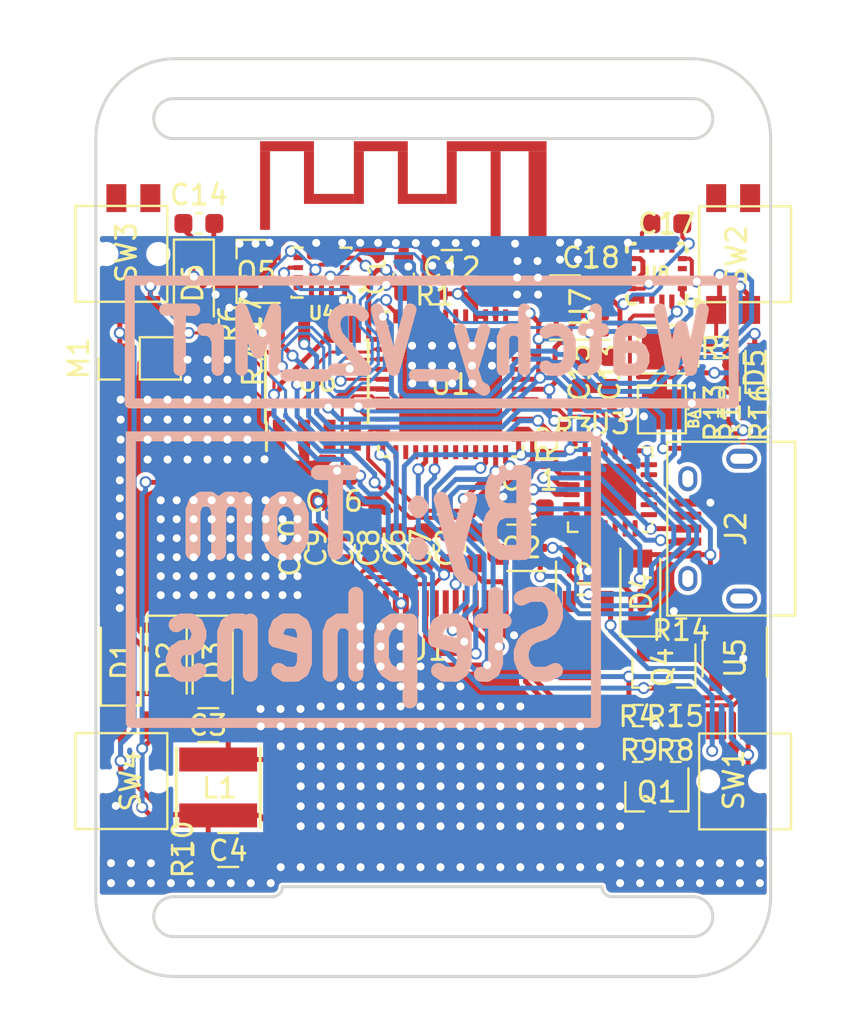
<source format=kicad_pcb>
(kicad_pcb (version 20221231) (generator pcbnew)
  (layers (0 "F.Cu" signal) (31 "B.Cu" signal) (34 "B.Paste" user) (35 "F.Paste" user) (36 "B.SilkS" user "B.Silkscreen") (37 "F.SilkS" user "F.Silkscreen") (38 "B.Mask" user) (39 "F.Mask" user) (44 "Edge.Cuts" user))
  (net 0 "")
  (net 1 "GND")
  (net 2 "EN")
  (net 3 "+3V3")
  (net 4 "PREVGH")
  (net 5 "PREVGL")
  (net 6 "VBUS")
  (net 7 "BUSY")
  (net 8 "RES")
  (net 9 "DC")
  (net 10 "MOSI")
  (net 11 "SCK")
  (net 12 "SS")
  (net 13 "Net-(AE1-FEED)")
  (net 14 "Net-(J1-Pin_5)")
  (net 15 "RESE")
  (net 16 "GDR")
  (net 17 "Net-(D1-K)")
  (net 18 "Net-(D3-A)")
  (net 19 "Net-(J1-Pin_18)")
  (net 20 "Net-(J1-Pin_20)")
  (net 21 "RTS")
  (net 22 "GPIO0")
  (net 23 "DTR")
  (net 24 "SDA")
  (net 25 "SCL")
  (net 26 "BTN_1")
  (net 27 "BTN_2")
  (net 28 "BTN_3")
  (net 29 "+BATT")
  (net 30 "Net-(J1-Pin_22)")
  (net 31 "BTN_4")
  (net 32 "ADC")
  (net 33 "RTC_INT")
  (net 34 "VIB_PWM")
  (net 35 "TX")
  (net 36 "RX")
  (net 37 "Net-(J1-Pin_24)")
  (net 38 "Net-(D6-A)")
  (net 39 "Net-(U8-SETC)")
  (net 40 "ACC_INT_2")
  (net 41 "ACC_INT_1")
  (net 42 "Net-(U8-SETP)")
  (net 43 "Net-(U8-C1)")
  (net 44 "Net-(D4-K)")
  (net 45 "Net-(D5-K)")
  (net 51 "Net-(J2-D-)")
  (net 52 "Net-(J2-D+)")
  (net 54 "Net-(Q5-B)")
  (net 55 "Net-(U5-PROG)")
  (net 56 "Net-(U5-STAT)")
  (net 76 "Net-(U3-VDD)")
  (net 89 "unconnected-(U3-PAD)")
  (net 95 "unconnected-(U6-~{RST})")
  (net 97 "MAG_INT")
  (footprint "Capacitor_SMD:C_0603_1608Metric" (layer "F.Cu") (at 87.71 94.64 90)
    (fp_text reference "C2")
    (fp_text value "1uF/50V")
  )
  (footprint "TO_SOT_Packages_SMD:SOT-23" (layer "F.Cu") (at 97.15 100.88 -90)
    (fp_text reference "Q4")
    (fp_text value "CJ2301")
  )
  (footprint "TO_SOT_Packages_SMD:SOT-23" (layer "F.Cu") (at 76.51 80.8 180)
    (fp_text reference "Q5")
    (fp_text value "S8050")
  )
  (footprint "Resistors_SMD:R_0402" (layer "F.Cu") (at 85.67 81.92 180)
    (fp_text reference "R1")
    (fp_text value "10K")
  )
  (footprint "Resistors_SMD:R_0402" (layer "F.Cu") (at 99.5 87.83 90)
    (fp_text reference "R13")
    (fp_text value "100K")
  )
  (footprint "Resistors_SMD:R_0402" (layer "F.Cu") (at 98.02 98.71 180)
    (fp_text reference "R14")
    (fp_text value "10K")
  )
  (footprint "Package_DFN_QFN:QFN-24-1EP_4x4mm_P0.5mm_EP2.6x2.6mm" (layer "F.Cu") (at 94.46 91.73)
    (fp_text reference "U3")
    (fp_text value "CP2104")
  )
  (footprint "TO_SOT_Packages_SMD:SOT-23" (layer "F.Cu") (at 96.8 107.08 -90)
    (fp_text reference "Q1")
    (fp_text value "AO3400A")
  )
  (footprint "Inductors:Inductor_Taiyo-Yuden_NR-40xx" (layer "F.Cu") (at 74.83 106.64 -90)
    (fp_text reference "L1")
    (fp_text value "10uH 1A")
  )
  (footprint "Resistors_SMD:R_0402" (layer "F.Cu") (at 76.45 83.43 -90)
    (fp_text reference "R17")
    (fp_text value "1K")
  )
  (footprint "Diodes_SMD:D_SOD-123" (layer "F.Cu") (at 74.55 100.29 -90)
    (fp_text reference "D3")
    (fp_text value "MBR0530")
  )
  (footprint "Capacitor_SMD:C_0603_1608Metric" (layer "F.Cu") (at 79.86 94.64 90)
    (fp_text reference "C10")
    (fp_text value "1uF/50V")
  )
  (footprint "Capacitor_SMD:C_0603_1608Metric" (layer "F.Cu") (at 83.81 94.64 90)
    (fp_text reference "C8")
    (fp_text value "1uF/50V")
  )
  (footprint "Capacitor_SMD:C_0603_1608Metric" (layer "F.Cu") (at 82.51 94.64 90)
    (fp_text reference "C5")
    (fp_text value "1uF/50V")
  )
  (footprint "Capacitor_SMD:C_0603_1608Metric" (layer "F.Cu") (at 85.11 94.64 90)
    (fp_text reference "C6")
    (fp_text value "1uF/50V")
  )
  (footprint "Capacitor_SMD:C_0603_1608Metric" (layer "F.Cu") (at 86.41 94.64 90)
    (fp_text reference "C7")
    (fp_text value "1uF/50V")
  )
  (footprint "Capacitor_SMD:C_0603_1608Metric" (layer "F.Cu") (at 81.16 94.64 90)
    (fp_text reference "C9")
    (fp_text value "1uF/50V")
  )
  (footprint "Housings_DFN_QFN:QFN-48-1EP_7x7mm_Pitch0.5mm" (layer "F.Cu") (at 86.47375 86.45125 -90)
    (fp_text reference "U1")
    (fp_text value "ESP32-PICO-D4")
  )
  (footprint "TO_SOT_Packages_SMD:SOT-363_SC-70-6" (layer "F.Cu") (at 90.01 94.64 180)
    (fp_text reference "Q2")
    (fp_text value "UMH3N")
  )
  (footprint "Resistors_SMD:R_0402" (layer "F.Cu") (at 73.05 109.77 90)
    (fp_text reference "R10")
    (fp_text value "10K")
  )
  (footprint "Capacitors_SMD:C_0805" (layer "F.Cu") (at 86.52 80.58 180)
    (fp_text reference "C12")
    (fp_text value "4.7uF/50V")
  )
  (footprint "Resistors_SMD:R_0402" (layer "F.Cu") (at 101.94 87.83 -90)
    (fp_text reference "R16")
    (fp_text value "1K")
  )
  (footprint "Resistors_SMD:R_0402" (layer "F.Cu") (at 100.4 87.83 90)
    (fp_text reference "R12")
    (fp_text value "100K")
  )
  (footprint "Capacitor_SMD:C_0603_1608Metric" (layer "F.Cu") (at 84.12 81.05 90)
    (fp_text reference "C1")
    (fp_text value "100nF")
  )
  (footprint "Capacitor_SMD:C_0603_1608Metric" (layer "F.Cu") (at 90.41 92.69)
    (fp_text reference "C11")
    (fp_text value "100nF")
  )
  (footprint "BMI270:XDCR_BMI270" (layer "F.Cu") (at 80 80.86 180)
    (fp_text reference "U4")
    (fp_text value "BMI270")
  )
  (footprint "Housings_SOIC:SOIC-8_3.9x4.9mm_Pitch1.27mm" (layer "F.Cu") (at 79.77 86.3 90)
    (fp_text reference "U6")
    (fp_text value "DS3231MZ")
  )
  (footprint "Watchy:K2-1114SA-A4SW-06" (layer "F.Cu") (at 70.53 106.33 90)
    (fp_text reference "SW4")
    (fp_text value "BTN")
  )
  (footprint "Watchy:K2-1114SA-A4SW-06" (layer "F.Cu") (at 100.67 106.33 -90)
    (fp_text reference "SW1")
    (fp_text value "BTN")
  )
  (footprint "Resistors_SMD:R_0402" (layer "F.Cu") (at 95.85 104.83 180)
    (fp_text reference "R9")
    (fp_text value "3")
  )
  (footprint "Diodes_SMD:D_SOD-123" (layer "F.Cu") (at 72.25 100.29 -90)
    (fp_text reference "D2")
    (fp_text value "MBR0530")
  )
  (footprint "Capacitors_SMD:C_0805" (layer "F.Cu") (at 74.33 103.52)
    (fp_text reference "C3")
    (fp_text value "4.7uF/50V")
  )
  (footprint "Resistors_SMD:R_0402" (layer "F.Cu") (at 99.9 84.61 180)
    (fp_text reference "R5")
    (fp_text value "10K")
  )
  (footprint "LEDs:LED_0603" (layer "F.Cu") (at 101.74 85.58 90)
    (fp_text reference "D5")
    (fp_text value "LED")
  )
  (footprint "Capacitors_SMD:C_0805" (layer "F.Cu") (at 75.33 109.77)
    (fp_text reference "C4")
    (fp_text value "4.7uF/50V")
  )
  (footprint "Diodes_SMD:D_SOD-123" (layer "F.Cu") (at 95.97 96.83 90)
    (fp_text reference "D4")
    (fp_text value "MBR0530")
  )
  (footprint "TO_SOT_Packages_SMD:SOT-23-5" (layer "F.Cu") (at 100.7 100.18 -90)
    (fp_text reference "U5")
    (fp_text value "TP4054")
  )
  (footprint "Resistors_SMD:R_0402" (layer "F.Cu") (at 92.61 88.63 180)
    (fp_text reference "R3")
    (fp_text value "4.7K")
  )
  (footprint "Resistors_SMD:R_0402" (layer "F.Cu") (at 97.75 104.83 180)
    (fp_text reference "R8")
    (fp_text value "10K")
  )
  (footprint "Resistors_SMD:R_0402" (layer "F.Cu") (at 97.75 103.04)
    (fp_text reference "R15")
    (fp_text value "10K")
  )
  (footprint "Resistors_SMD:R_0402" (layer "F.Cu") (at 95.85 103.04 180)
    (fp_text reference "R4")
    (fp_text value "10K")
  )
  (footprint "Diodes_SMD:D_SOD-123" (layer "F.Cu") (at 69.95 100.29 90)
    (fp_text reference "D1")
    (fp_text value "MBR0530")
  )
  (footprint "TO_SOT_Packages_SMD:SOT-23-5" (layer "F.Cu") (at 93.36 96.23 -90)
    (fp_text reference "U2")
    (fp_text value "ME6211C33M5G-N")
  )
  (footprint "Watchy:K2-1114SA-A4SW-06" (layer "F.Cu") (at 100.67 79.93 -90)
    (fp_text reference "SW2")
    (fp_text value "BTN")
  )
  (footprint "Watchy:K2-1114SA-A4SW-06" (layer "F.Cu") (at 70.53 79.93 90)
    (fp_text reference "SW3")
    (fp_text value "BTN")
  )
  (footprint "Watchy:24_Pins_0.5mm_Pitch_ZIF_Connector_UP" (layer "F.Cu") (at 85.475 99.77)
    (fp_text reference "J1")
    (fp_text value "FPC24(0.5MM)")
  )
  (footprint "Resistors_SMD:R_0402" (layer "F.Cu") (at 91.25 89.44 90)
    (fp_text reference "R2")
    (fp_text value "4.7K")
  )
  (footprint "Resistors_SMD:R_0402" (layer "F.Cu") (at 75.39 83.43 -90)
    (fp_text reference "R6")
    (fp_text value "10K")
  )
  (footprint "Diodes_SMD:D_SOD-123F" (layer "F.Cu") (at 73.61 81.405 -90)
    (fp_text reference "D6")
    (fp_text value "1N4001")
  )
  (footprint "Watchy:Motor_Header" (layer "F.Cu") (at 69.9 85.155 90)
    (fp_text reference "M1")
    (fp_text value "Vibration_Motor")
  )
  (footprint "Capacitor_SMD:C_0603_1608Metric" (layer "F.Cu") (at 73.86 78.4)
    (fp_text reference "C14")
    (fp_text value "100nF")
  )
  (footprint "Watchy:USB_Micro-B" (layer "F.Cu") (at 100.08 93.68 90)
    (fp_text reference "J2")
    (fp_text value "Micro USB")
  )
  (footprint "Resistors_SMD:R_0402" (layer "F.Cu") (at 76.45 85.59 -90)
    (fp_text reference "R7")
    (fp_text value "10K")
  )
  (footprint "Watchy:SWRA117D" (layer "F.Cu") (at 74.255 79.18)
    (fp_text reference "AE1" hide)
    (fp_text value "SWRA117D" hide)
  )
  (footprint "Package_LGA:Bosch_LGA-8_3x3mm_P0.8mm_ClockwisePinNumbering" (layer "F.Cu") (at 92.95 82.61 -90)
    (fp_text reference "U7")
    (fp_text value "BME680")
  )
  (footprint "Capacitor_SMD:C_0603_1608Metric" (layer "F.Cu") (at 97.3 78.41 180)
    (fp_text reference "C17")
    (fp_text value "0.22uF")
  )
  (footprint "Capacitor_SMD:C_0603_1608Metric" (layer "F.Cu") (at 80.625 92.31)
    (fp_text reference "C16")
    (fp_text value "0.1uF")
  )
  (footprint "Capacitor_SMD:C_0603_1608Metric" (layer "F.Cu") (at 93.5 80.11 180)
    (fp_text reference "C18")
    (fp_text value "4.7uF")
  )
  (footprint "HMC5883L:HMC5883L" (layer "F.Cu") (at 96.8 80.91 180)
    (fp_text reference "U8")
    (fp_text value "HMC5883L")
  )
  (footprint "TestPoint:TestPoint_Pad_2.0x2.0mm" (layer "F.Cu") (at 97.05 84.71 -90)
    (fp_text reference "BAT+")
    (fp_text value "TestPoint")
  )
  (footprint "Capacitor_SMD:C_0603_1608Metric" (layer "F.Cu") (at 92.95 85.86 -90)
    (fp_text reference "C15")
    (fp_text value "100nF")
  )
  (footprint "Capacitor_SMD:C_0603_1608Metric" (layer "F.Cu") (at 94.45 85.86 -90)
    (fp_text reference "C13")
    (fp_text value "100nF")
  )
  (footprint "TestPoint:TestPoint_Pad_2.0x2.0mm" (layer "F.Cu") (at 97.05 87.71 -90)
    (fp_text reference "BAT-")
    (fp_text value "TestPoint")
  )
  (gr_rect (start 70.4 81.26) (end 100.65 87.41) (stroke (width 0.5)) (fill none) (layer "B.SilkS"))
  (gr_rect (start 70.45 89.06) (end 93.75 103.41) (stroke (width 0.5)) (fill none) (layer "B.SilkS"))
  (gr_arc (start 72.6 74.15) (mid 71.892893 73.857107) (end 71.6 73.15) (stroke (width 0.15)) (layer "Edge.Cuts"))
  (gr_arc (start 71.6 113.11) (mid 71.892893 112.402893) (end 72.6 112.11) (stroke (width 0.15)) (layer "Edge.Cuts"))
  (gr_arc (start 98.6 112.11) (mid 99.307107 112.402893) (end 99.6 113.11) (stroke (width 0.15)) (layer "Edge.Cuts"))
  (gr_arc (start 99.6 73.15) (mid 99.307107 73.857107) (end 98.6 74.15) (stroke (width 0.15)) (layer "Edge.Cuts"))
  (gr_line (start 98.6 74.15) (end 72.6 74.15) (stroke (width 0.15)) (layer "Edge.Cuts"))
  (gr_line (start 72.6 72.15) (end 98.6 72.15) (stroke (width 0.15)) (layer "Edge.Cuts"))
  (gr_arc (start 102.5 112.11) (mid 101.328427 114.938427) (end 98.5 116.11) (stroke (width 0.15)) (layer "Edge.Cuts"))
  (gr_arc (start 72.7 116.11) (mid 69.871573 114.938427) (end 68.7 112.11) (stroke (width 0.15)) (layer "Edge.Cuts"))
  (gr_arc (start 98.5 70.15) (mid 101.328427 71.321573) (end 102.5 74.15) (stroke (width 0.15)) (layer "Edge.Cuts"))
  (gr_line (start 102.5 112.11) (end 102.5 74.15) (stroke (width 0.15)) (layer "Edge.Cuts"))
  (gr_arc (start 78.05 111.61) (mid 77.903553 111.963553) (end 77.55 112.11) (stroke (width 0.15)) (layer "Edge.Cuts"))
  (gr_arc (start 94.55 112.11) (mid 94.196447 111.963553) (end 94.05 111.61) (stroke (width 0.15)) (layer "Edge.Cuts"))
  (gr_line (start 98.6 112.11) (end 94.55 112.11) (stroke (width 0.15)) (layer "Edge.Cuts"))
  (gr_line (start 78.05 111.61) (end 94.05 111.61) (stroke (width 0.15)) (layer "Edge.Cuts"))
  (gr_line (start 68.7 112.11) (end 68.7 74.15) (stroke (width 0.15)) (layer "Edge.Cuts"))
  (gr_line (start 72.6 112.11) (end 77.55 112.11) (stroke (width 0.15)) (layer "Edge.Cuts"))
  (gr_arc (start 68.7 74.15) (mid 69.871573 71.321573) (end 72.7 70.15) (stroke (width 0.15)) (layer "Edge.Cuts"))
  (gr_line (start 72.7 116.11) (end 98.5 116.11) (stroke (width 0.15)) (layer "Edge.Cuts"))
  (gr_arc (start 99.6 113.11) (mid 99.307107 113.817107) (end 98.6 114.11) (stroke (width 0.15)) (layer "Edge.Cuts"))
  (gr_arc (start 98.6 72.15) (mid 99.307107 72.442893) (end 99.6 73.15) (stroke (width 0.15)) (layer "Edge.Cuts"))
  (gr_arc (start 72.6 114.11) (mid 71.892893 113.817107) (end 71.6 113.11) (stroke (width 0.15)) (layer "Edge.Cuts"))
  (gr_line (start 98.6 114.11) (end 72.6 114.11) (stroke (width 0.15)) (layer "Edge.Cuts"))
  (gr_arc (start 71.6 73.15) (mid 71.892893 72.442893) (end 72.6 72.15) (stroke (width 0.15)) (layer "Edge.Cuts"))
  (gr_line (start 98.5 70.15) (end 72.7 70.15) (stroke (width 0.15)) (layer "Edge.Cuts"))
  (gr_text "Stephens" (at 82.15 99.16) (layer "B.SilkS") (effects (font (size 4 3) (thickness 0.75)) (justify mirror)))
  (gr_text "By: Tom" (at 81.85 93.06) (layer "B.SilkS") (effects (font (size 4 3) (thickness 0.75)) (justify mirror)))
  (gr_text "Watchy_V2_MrT" (at 85.7 84.36) (layer "B.SilkS") (effects (font (size 3 2.5) (thickness 0.625)) (justify mirror)))
  (segment (start 89.325634 92.080445) (end 89.110931 92.080445) (width 0.25) (layer "F.Cu") (net 1))
  (segment (start 95.834124 81.16) (end 96.1 80.894124) (width 0.25) (layer "F.Cu") (net 1))
  (segment (start 95.07139 88.361911) (end 95.848089 88.361911) (width 0.2) (layer "F.Cu") (net 1))
  (segment (start 96.81 104.83) (end 97.24 104.83) (width 0.25) (layer "F.Cu") (net 1))
  (segment (start 82.8375 79.3725) (end 83.7175 79.3725) (width 0.2) (layer "F.Cu") (net 1))
  (segment (start 96.3 103.03) (end 96.75 103.03) (width 0.25) (layer "F.Cu") (net 1))
  (segment (start 100.35 84.61) (end 100.35 86.53) (width 0.2) (layer "F.Cu") (net 1))
  (segment (start 95.848089 88.361911) (end 96.15 88.06) (width 0.2) (layer "F.Cu") (net 1))
  (segment (start 94.45 86.635) (end 94.45 87.740521) (width 0.2) (layer "F.Cu") (net 1))
  (segment (start 87.725 96.92) (end 87.725 97.82) (width 0.25) (layer "F.Cu") (net 1))
  (segment (start 79.7375 79.3725) (end 81.0375 79.3725) (width 0.2) (layer "F.Cu") (net 1))
  (segment (start 75.39 82.62) (end 75.39 82.28) (width 0.25) (layer "F.Cu") (net 1))
  (segment (start 97.65 98.73) (end 97.65 97.81) (width 0.25) (layer "F.Cu") (net 1))
  (segment (start 81.592833 83.6) (end 81.582833 83.61) (width 0.25) (layer "F.Cu") (net 1))
  (segment (start 95.525 80.16) (end 95.45 80.16) (width 0.25) (layer "F.Cu") (net 1))
  (segment (start 81.9375 79.3725) (end 82.8375 79.3725) (width 0.2) (layer "F.Cu") (net 1))
  (segment (start 96.81 104.83) (end 96.81 106.81) (width 0.25) (layer "F.Cu") (net 1))
  (segment (start 88.405 84.115) (end 88.41 84.11) (width 0.35) (layer "F.Cu") (net 1))
  (segment (start 90.84088 90.565199) (end 89.325634 92.080445) (width 0.25) (layer "F.Cu") (net 1))
  (segment (start 89.630199 99.002599) (end 89.6476 99.02) (width 0.25) (layer "F.Cu") (net 1))
  (segment (start 81.1625 82.1475) (end 81.075 82.235) (width 0.25) (layer "F.Cu") (net 1))
  (segment (start 98.55 87.41) (end 98.55 86.51) (width 0.2) (layer "F.Cu") (net 1))
  (segment (start 100.7 99.75) (end 101.13 100.18) (width 0.25) (layer "F.Cu") (net 1))
  (segment (start 75.39 82.98) (end 75.39 82.62) (width 0.25) (layer "F.Cu") (net 1))
  (segment (start 77.56 79.85) (end 78.25 79.16) (width 0.25) (layer "F.Cu") (net 1))
  (segment (start 77.51 79.85) (end 77.56 79.85) (width 0.25) (layer "F.Cu") (net 1))
  (segment (start 96.1 80.31) (end 95.95 80.16) (width 0.25) (layer "F.Cu") (net 1))
  (segment (start 81.0375 79.3725) (end 81.9375 79.3725) (width 0.2) (layer "F.Cu") (net 1))
  (segment (start 95.35 80.06) (end 95.35 79.36) (width 0.25) (layer "F.Cu") (net 1))
  (segment (start 80 79.9475) (end 79.7375 79.9475) (width 0.2) (layer "F.Cu") (net 1))
  (segment (start 79.75 79.36) (end 79.7375 79.3725) (width 0.2) (layer "F.Cu") (net 1))
  (segment (start 79.7375 79.9475) (end 79.5 79.9475) (width 0.2) (layer "F.Cu") (net 1))
  (segment (start 94.45 87.740521) (end 95.07139 88.361911) (width 0.2) (layer "F.Cu") (net 1))
  (segment (start 89.110931 92.165931) (end 89.635 92.69) (width 0.25) (layer "F.Cu") (net 1))
  (segment (start 95.45 80.16) (end 95.35 80.06) (width 0.25) (layer "F.Cu") (net 1))
  (segment (start 90.84088 90.565199) (end 91.558384 90.565199) (width 0.25) (layer "F.Cu") (net 1))
  (segment (start 90.825 80.275) (end 90.82 80.28) (width 0.9) (layer "F.Cu") (net 1))
  (segment (start 100.7 99.08) (end 100.7 99.75) (width 0.25) (layer "F.Cu") (net 1))
  (segment (start 91.973185 90.98) (end 91.558384 90.565199) (width 0.25) (layer "F.Cu") (net 1))
  (segment (start 81.675 82.835) (end 81.675 83.6) (width 0.2) (layer "F.Cu") (net 1))
  (segment (start 89.66 92.59) (end 89.620486 92.59) (width 0.25) (layer "F.Cu") (net 1))
  (segment (start 89.620486 92.59) (end 89.110931 92.080445) (width 0.25) (layer "F.Cu") (net 1))
  (segment (start 96.75 103.03) (end 97.21 103.03) (width 0.25) (layer "F.Cu") (net 1))
  (segment (start 93.36 95.19) (end 93.36 95.807988) (width 0.25) (layer "F.Cu") (net 1))
  (segment (start 79.7375 79.9475) (end 79.7375 79.3725) (width 0.2) (layer "F.Cu") (net 1))
  (segment (start 78.25 79.16) (end 78.7125 79.16) (width 0.25) (layer "F.Cu") (net 1))
  (segment (start 95.95 80.16) (end 95.525 80.16) (width 0.25) (layer "F.Cu") (net 1))
  (segment (start 92.51 90.98) (end 91.973185 90.98) (width 0.25) (layer "F.Cu") (net 1))
  (segment (start 87.725 98.219322) (end 88.508277 99.002599) (width 0.25) (layer "F.Cu") (net 1))
  (segment (start 89.110931 92.080445) (end 89.110931 92.165931) (width 0.25) (layer "F.Cu") (net 1))
  (segment (start 96.75 103.03) (end 96.75 103.5526) (width 0.25) (layer "F.Cu") (net 1))
  (segment (start 83.07375 87.70125) (end 84.44875 87.70125) (width 0.25) (layer "F.Cu") (net 1))
  (segment (start 95.599322 107.58) (end 92.96 107.58) (width 0.25) (layer "F.Cu") (net 1))
  (segment (start 90.825 79.43) (end 90.825 80.275) (width 0.9) (layer "F.Cu") (net 1))
  (segment (start 81.1625 81.61) (end 81.1625 82.1475) (width 0.25) (layer "F.Cu") (net 1))
  (segment (start 96.069322 107.11) (end 95.599322 107.58) (width 0.25) (layer "F.Cu") (net 1))
  (segment (start 88.405 84.12) (end 88.405 84.115) (width 0.35) (layer "F.Cu") (net 1))
  (segment (start 96.15 88.06) (end 96.8 87.41) (width 0.2) (layer "F.Cu") (net 1))
  (segment (start 84.5425 84.52) (end 84.54 84.52) (width 0.25) (layer "F.Cu") (net 1))
  (segment (start 88.508277 99.002599) (end 89.630199 99.002599) (width 0.25) (layer "F.Cu") (net 1))
  (segment (start 93.36 95.19) (end 93.36 94.859322) (width 0.2) (layer "F.Cu") (net 1))
  (segment (start 98.55 87.41) (end 97.35 87.41) (width 0.2) (layer "F.Cu") (net 1))
  (segment (start 81.075 82.235) (end 81.675 82.835) (width 0.2) (layer "F.Cu") (net 1))
  (segment (start 100.35 86.53) (end 99.5 87.38) (width 0.2) (layer "F.Cu") (net 1))
  (segment (start 96.81 106.81) (end 96.51 107.11) (width 0.25) (layer "F.Cu") (net 1))
  (segment (start 81.675 83.6) (end 81.592833 83.6) (width 0.25) (layer "F.Cu") (net 1))
  (segment (start 96.51 107.11) (end 96.069322 107.11) (width 0.25) (layer "F.Cu") (net 1))
  (segment (start 83.7175 79.3725) (end 83.725 79.38) (width 0.2) (layer "F.Cu") (net 1))
  (segment (start 96.3 104.83) (end 96.81 104.83) (width 0.25) (layer "F.Cu") (net 1))
  (segment (start 78.7125 79.16) (end 79.5 79.9475) (width 0.25) (layer "F.Cu") (net 1))
  (segment (start 95.525 81.16) (end 95.834124 81.16) (width 0.25) (layer "F.Cu") (net 1))
  (segment (start 97.35 87.41) (end 97.05 87.71) (width 0.2) (layer "F.Cu") (net 1))
  (segment (start 89.66 92.59) (end 89.748534 92.59) (width 0.25) (layer "F.Cu") (net 1))
  (segment (start 96.1 80.894124) (end 96.1 80.31) (width 0.25) (layer "F.Cu") (net 1))
  (segment (start 98.35 92.38) (end 99.480001 92.38) (width 0.25) (layer "F.Cu") (net 1))
  (segment (start 87.725 97.42) (end 87.725 98.219322) (width 0.25) (layer "F.Cu") (net 1))
  (segment (start 81.675 83.6) (end 81.67 83.6) (width 0.25) (layer "F.Cu") (net 1))
  (via (at 86.725 79.38) (size 0.6) (drill 0.4) (layers "F.Cu" "B.Cu") (net 1))
  (via (at 85.725 79.38) (size 0.6) (drill 0.4) (layers "F.Cu" "B.Cu") (net 1))
  (via (at 84.725 79.38) (size 0.6) (drill 0.4) (layers "F.Cu" "B.Cu") (net 1))
  (via (at 83.725 79.38) (size 0.6) (drill 0.4) (layers "F.Cu" "B.Cu") (net 1))
  (via (at 89.82 80.28) (size 0.6) (drill 0.4) (layers "F.Cu" "B.Cu") (net 1))
  (via (at 79.96 102.58) (size 0.6) (drill 0.4) (layers "F.Cu" "B.Cu") (net 1))
  (via (at 80.96 102.58) (size 0.6) (drill 0.4) (layers "F.Cu" "B.Cu") (net 1))
  (via (at 81.96 102.58) (size 0.6) (drill 0.4) (layers "F.Cu" "B.Cu") (net 1))
  (via (at 82.96 102.58) (size 0.6) (drill 0.4) (layers "F.Cu" "B.Cu") (net 1))
  (via (at 83.96 102.58) (size 0.6) (drill 0.4) (layers "F.Cu" "B.Cu") (net 1))
  (via (at 84.96 102.58) (size 0.6) (drill 0.4) (layers "F.Cu" "B.Cu") (net 1))
  (via (at 85.96 102.58) (size 0.6) (drill 0.4) (layers "F.Cu" "B.Cu") (net 1))
  (via (at 86.96 102.58) (size 0.6) (drill 0.4) (layers "F.Cu" "B.Cu") (net 1))
  (via (at 87.96 102.58) (size 0.6) (drill 0.4) (layers "F.Cu" "B.Cu") (net 1))
  (via (at 88.96 102.58) (size 0.6) (drill 0.4) (layers "F.Cu" "B.Cu") (net 1))
  (via (at 89.96 102.58) (size 0.6) (drill 0.4) (layers "F.Cu" "B.Cu") (net 1))
  (via (at 78.96 103.58) (size 0.6) (drill 0.4) (layers "F.Cu" "B.Cu") (net 1))
  (via (at 79.96 103.58) (size 0.6) (drill 0.4) (layers "F.Cu" "B.Cu") (net 1))
  (via (at 80.96 103.58) (size 0.6) (drill 0.4) (layers "F.Cu" "B.Cu") (net 1))
  (via (at 81.96 103.58) (size 0.6) (drill 0.4) (layers "F.Cu" "B.Cu") (net 1))
  (via (at 82.96 103.58) (size 0.6) (drill 0.4) (layers "F.Cu" "B.Cu") (net 1))
  (via (at 83.96 103.58) (size 0.6) (drill 0.4) (layers "F.Cu" "B.Cu") (net 1))
  (via (at 84.96 103.58) (size 0.6) (drill 0.4) (layers "F.Cu" "B.Cu") (net 1))
  (via (at 85.96 103.58) (size 0.6) (drill 0.4) (layers "F.Cu" "B.Cu") (net 1))
  (via (at 86.96 103.58) (size 0.6) (drill 0.4) (layers "F.Cu" "B.Cu") (net 1))
  (via (at 87.96 103.58) (size 0.6) (drill 0.4) (layers "F.Cu" "B.Cu") (net 1))
  (via (at 88.96 103.58) (size 0.6) (drill 0.4) (layers "F.Cu" "B.Cu") (net 1))
  (via (at 89.96 103.58) (size 0.6) (drill 0.4) (layers "F.Cu" "B.Cu") (net 1))
  (via (at 90.96 103.58) (size 0.6) (drill 0.4) (layers "F.Cu" "B.Cu") (net 1))
  (via (at 91.96 103.58) (size 0.6) (drill 0.4) (layers "F.Cu" "B.Cu") (net 1))
  (via (at 92.96 103.58) (size 0.6) (drill 0.4) (layers "F.Cu" "B.Cu") (net 1))
  (via (at 78.96 104.58) (size 0.6) (drill 0.4) (layers "F.Cu" "B.Cu") (net 1))
  (via (at 79.96 104.58) (size 0.6) (drill 0.4) (layers "F.Cu" "B.Cu") (net 1))
  (via (at 80.96 104.58) (size 0.6) (drill 0.4) (layers "F.Cu" "B.Cu") (net 1))
  (via (at 81.96 104.58) (size 0.6) (drill 0.4) (layers "F.Cu" "B.Cu") (net 1))
  (via (at 82.96 104.58) (size 0.6) (drill 0.4) (layers "F.Cu" "B.Cu") (net 1))
  (via (at 83.96 104.58) (size 0.6) (drill 0.4) (layers "F.Cu" "B.Cu") (net 1))
  (via (at 84.96 104.58) (size 0.6) (drill 0.4) (layers "F.Cu" "B.Cu") (net 1))
  (via (at 85.96 104.58) (size 0.6) (drill 0.4) (layers "F.Cu" "B.Cu") (net 1))
  (via (at 86.96 104.58) (size 0.6) (drill 0.4) (layers "F.Cu" "B.Cu") (net 1))
  (via (at 87.96 104.58) (size 0.6) (drill 0.4) (layers "F.Cu" "B.Cu") (net 1))
  (via (at 88.96 104.58) (size 0.6) (drill 0.4) (layers "F.Cu" "B.Cu") (net 1))
  (via (at 89.96 104.58) (size 0.6) (drill 0.4) (layers "F.Cu" "B.Cu") (net 1))
  (via (at 90.96 104.58) (size 0.6) (drill 0.4) (layers "F.Cu" "B.Cu") (net 1))
  (via (at 91.96 104.58) (size 0.6) (drill 0.4) (layers "F.Cu" "B.Cu") (net 1))
  (via (at 92.96 104.58) (size 0.6) (drill 0.4) (layers "F.Cu" "B.Cu") (net 1))
  (via (at 78.96 105.58) (size 0.6) (drill 0.4) (layers "F.Cu" "B.Cu") (net 1))
  (via (at 79.96 105.58) (size 0.6) (drill 0.4) (layers "F.Cu" "B.Cu") (net 1))
  (via (at 80.96 105.58) (size 0.6) (drill 0.4) (layers "F.Cu" "B.Cu") (net 1))
  (via (at 81.96 105.58) (size 0.6) (drill 0.4) (layers "F.Cu" "B.Cu") (net 1))
  (via (at 82.96 105.58) (size 0.6) (drill 0.4) (layers "F.Cu" "B.Cu") (net 1))
  (via (at 83.96 105.58) (size 0.6) (drill 0.4) (layers "F.Cu" "B.Cu") (net 1))
  (via (at 84.96 105.58) (size 0.6) (drill 0.4) (layers "F.Cu" "B.Cu") (net 1))
  (via (at 85.96 105.58) (size 0.6) (drill 0.4) (layers "F.Cu" "B.Cu") (net 1))
  (via (at 86.96 105.58) (size 0.6) (drill 0.4) (layers "F.Cu" "B.Cu") (net 1))
  (via (at 87.96 105.58) (size 0.6) (drill 0.4) (layers "F.Cu" "B.Cu") (net 1))
  (via (at 88.96 105.58) (size 0.6) (drill 0.4) (layers "F.Cu" "B.Cu") (net 1))
  (via (at 89.96 105.58) (size 0.6) (drill 0.4) (layers "F.Cu" "B.Cu") (net 1))
  (via (at 90.96 105.58) (size 0.6) (drill 0.4) (layers "F.Cu" "B.Cu") (net 1))
  (via (at 91.96 105.58) (size 0.6) (drill 0.4) (layers "F.Cu" "B.Cu") (net 1))
  (via (at 92.96 105.58) (size 0.6) (drill 0.4) (layers "F.Cu" "B.Cu") (net 1))
  (via (at 78.96 106.58) (size 0.6) (drill 0.4) (layers "F.Cu" "B.Cu") (net 1))
  (via (at 79.96 106.58) (size 0.6) (drill 0.4) (layers "F.Cu" "B.Cu") (net 1))
  (via (at 80.96 106.58) (size 0.6) (drill 0.4) (layers "F.Cu" "B.Cu") (net 1))
  (via (at 81.96 106.58) (size 0.6) (drill 0.4) (layers "F.Cu" "B.Cu") (net 1))
  (via (at 82.96 106.58) (size 0.6) (drill 0.4) (layers "F.Cu" "B.Cu") (net 1))
  (via (at 83.96 106.58) (size 0.6) (drill 0.4) (layers "F.Cu" "B.Cu") (net 1))
  (via (at 84.96 106.58) (size 0.6) (drill 0.4) (layers "F.Cu" "B.Cu") (net 1))
  (via (at 85.96 106.58) (size 0.6) (drill 0.4) (layers "F.Cu" "B.Cu") (net 1))
  (via (at 86.96 106.58) (size 0.6) (drill 0.4) (layers "F.Cu" "B.Cu") (net 1))
  (via (at 87.96 106.58) (size 0.6) (drill 0.4) (layers "F.Cu" "B.Cu") (net 1))
  (via (at 88.96 106.58) (size 0.6) (drill 0.4) (layers "F.Cu" "B.Cu") (net 1))
  (via (at 89.96 106.58) (size 0.6) (drill 0.4) (layers "F.Cu" "B.Cu") (net 1))
  (via (at 90.96 106.58) (size 0.6) (drill 0.4) (layers "F.Cu" "B.Cu") (net 1))
  (via (at 91.96 106.58) (size 0.6) (drill 0.4) (layers "F.Cu" "B.Cu") (net 1))
  (via (at 92.96 106.58) (size 0.6) (drill 0.4) (layers "F.Cu" "B.Cu") (net 1))
  (via (at 81.96 101.58) (size 0.6) (drill 0.4) (layers "F.Cu" "B.Cu") (net 1))
  (via (at 83.96 101.58) (size 0.6) (drill 0.4) (layers "F.Cu" "B.Cu") (net 1))
  (via (at 82.96 101.58) (size 0.6) (drill 0.4) (layers "F.Cu" "B.Cu") (net 1))
  (via (at 86.96 101.58) (size 0.6) (drill 0.4) (layers "F.Cu" "B.Cu") (net 1))
  (via (at 85.96 101.58) (size 0.6) (drill 0.4) (layers "F.Cu" "B.Cu") (net 1))
  (via (at 80.96 101.58) (size 0.6) (drill 0.4) (layers "F.Cu" "B.Cu") (net 1))
  (via (at 84.96 101.58) (size 0.6) (drill 0.4) (layers "F.Cu" "B.Cu") (net 1))
  (via (at 82.96 100.58) (size 0.6) (drill 0.4) (layers "F.Cu" "B.Cu") (net 1))
  (via (at 83.96 100.58) (size 0.6) (drill 0.4) (layers "F.Cu" "B.Cu") (net 1))
  (via (at 84.96 100.58) (size 0.6) (drill 0.4) (layers "F.Cu" "B.Cu") (net 1))
  (via (at 81.96 100.58) (size 0.6) (drill 0.4) (layers "F.Cu" "B.Cu") (net 1))
  (via (at 83.96 99.58) (size 0.6) (drill 0.4) (layers "F.Cu" "B.Cu") (net 1))
  (via (at 81.96 99.58) (size 0.6) (drill 0.4) (layers "F.Cu" "B.Cu") (net 1))
  (via (at 82.96 99.58) (size 0.6) (drill 0.4) (layers "F.Cu" "B.Cu") (net 1))
  (via (at 81.96 98.58) (size 0.6) (drill 0.4) (layers "F.Cu" "B.Cu") (net 1))
  (via (at 83.96 98.58) (size 0.6) (drill 0.4) (layers "F.Cu" "B.Cu") (net 1))
  (via (at 82.96 98.58) (size 0.6) (drill 0.4) (layers "F.Cu" "B.Cu") (net 1))
  (via (at 83.96 107.58) (size 0.6) (drill 0.4) (layers "F.Cu" "B.Cu") (net 1))
  (via (at 84.96 107.58) (size 0.6) (drill 0.4) (layers "F.Cu" "B.Cu") (net 1))
  (via (at 85.96 107.58) (size 0.6) (drill 0.4) (layers "F.Cu" "B.Cu") (net 1))
  (via (at 79.96 107.58) (size 0.6) (drill 0.4) (layers "F.Cu" "B.Cu") (net 1))
  (via (at 80.96 107.58) (size 0.6) (drill 0.4) (layers "F.Cu" "B.Cu") (net 1))
  (via (at 78.96 107.58) (size 0.6) (drill 0.4) (layers "F.Cu" "B.Cu") (net 1))
  (via (at 81.96 107.58) (size 0.6) (drill 0.4) (layers "F.Cu" "B.Cu") (net 1))
  (via (at 82.96 107.58) (size 0.6) (drill 0.4) (layers "F.Cu" "B.Cu") (net 1))
  (via (at 86.96 107.58) (size 0.6) (drill 0.4) (layers "F.Cu" "B.Cu") (net 1))
  (via (at 91.96 107.58) (size 0.6) (drill 0.4) (layers "F.Cu" "B.Cu") (net 1))
  (via (at 90.96 107.58) (size 0.6) (drill 0.4) (layers "F.Cu" "B.Cu") (net 1))
  (via (at 87.96 107.58) (size 0.6) (drill 0.4) (layers "F.Cu" "B.Cu") (net 1))
  (via (at 88.96 107.58) (size 0.6) (drill 0.4) (layers "F.Cu" "B.Cu") (net 1))
  (via (at 92.96 107.58) (size 0.6) (drill 0.4) (layers "F.Cu" "B.Cu") (net 1))
  (via (at 89.96 107.58) (size 0.6) (drill 0.4) (layers "F.Cu" "B.Cu") (net 1))
  (via (at 84.96 108.58) (size 0.6) (drill 0.4) (layers "F.Cu" "B.Cu") (net 1))
  (via (at 88.96 108.58) (size 0.6) (drill 0.4) (layers "F.Cu" "B.Cu") (net 1))
  (via (at 79.96 108.58) (size 0.6) (drill 0.4) (layers "F.Cu" "B.Cu") (net 1))
  (via (at 83.96 108.58) (size 0.6) (drill 0.4) (layers "F.Cu" "B.Cu") (net 1))
  (via (at 92.96 108.58) (size 0.6) (drill 0.4) (layers "F.Cu" "B.Cu") (net 1))
  (via (at 89.96 108.58) (size 0.6) (drill 0.4) (layers "F.Cu" "B.Cu") (net 1))
  (via (at 82.96 108.58) (size 0.6) (drill 0.4) (layers "F.Cu" "B.Cu") (net 1))
  (via (at 78.96 108.58) (size 0.6) (drill 0.4) (layers "F.Cu" "B.Cu") (net 1))
  (via (at 85.96 108.58) (size 0.6) (drill 0.4) (layers "F.Cu" "B.Cu") (net 1))
  (via (at 86.96 108.58) (size 0.6) (drill 0.4) (layers "F.Cu" "B.Cu") (net 1))
  (via (at 81.96 108.58) (size 0.6) (drill 0.4) (layers "F.Cu" "B.Cu") (net 1))
  (via (at 91.96 108.58) (size 0.6) (drill 0.4) (layers "F.Cu" "B.Cu") (net 1))
  (via (at 80.96 108.58) (size 0.6) (drill 0.4) (layers "F.Cu" "B.Cu") (net 1))
  (via (at 90.96 108.58) (size 0.6) (drill 0.4) (layers "F.Cu" "B.Cu") (net 1))
  (via (at 87.96 108.58) (size 0.6) (drill 0.4) (layers "F.Cu" "B.Cu") (net 1))
  (via (at 84.54 85.52) (size 0.6) (drill 0.4) (layers "F.Cu" "B.Cu") (net 1))
  (via (at 85.54 84.52) (size 0.6) (drill 0.4) (layers "F.Cu" "B.Cu") (net 1))
  (via (at 85.54 85.52) (size 0.6) (drill 0.4) (layers "F.Cu" "B.Cu") (net 1))
  (via (at 86.54 85.52) (size 0.6) (drill 0.4) (layers "F.Cu" "B.Cu") (net 1))
  (via (at 86.54 84.52) (size 0.6) (drill 0.4) (layers "F.Cu" "B.Cu") (net 1))
  (via (at 87.54 84.52) (size 0.6) (drill 0.4) (layers "F.Cu" "B.Cu") (net 1))
  (via (at 87.54 85.52) (size 0.6) (drill 0.4) (layers "F.Cu" "B.Cu") (net 1))
  (via (at 88.54 84.52) (size 0.6) (drill 0.4) (layers "F.Cu" "B.Cu") (net 1))
  (via (at 88.54 85.52) (size 0.6) (drill 0.4) (layers "F.Cu" "B.Cu") (net 1))
  (via (at 84.96 110.63) (size 0.6) (drill 0.4) (layers "F.Cu" "B.Cu") (net 1))
  (via (at 80.96 110.63) (size 0.6) (drill 0.4) (layers "F.Cu" "B.Cu") (net 1))
  (via (at 86.96 110.63) (size 0.6) (drill 0.4) (layers "F.Cu" "B.Cu") (net 1))
  (via (at 85.96 110.63) (size 0.6) (drill 0.4) (layers "F.Cu" "B.Cu") (net 1))
  (via (at 92.96 110.63) (size 0.6) (drill 0.4) (layers "F.Cu" "B.Cu") (net 1))
  (via (at 90.96 110.63) (size 0.6) (drill 0.4) (layers "F.Cu" "B.Cu") (net 1))
  (via (at 83.96 110.63) (size 0.6) (drill 0.4) (layers "F.Cu" "B.Cu") (net 1))
  (via (at 81.96 110.63) (size 0.6) (drill 0.4) (layers "F.Cu" "B.Cu") (net 1))
  (via (at 79.96 110.63) (size 0.6) (drill 0.4) (layers "F.Cu" "B.Cu") (net 1))
  (via (at 78.96 110.63) (size 0.6) (drill 0.4) (layers "F.Cu" "B.Cu") (net 1))
  (via (at 88.96 110.63) (size 0.6) (drill 0.4) (layers "F.Cu" "B.Cu") (net 1))
  (via (at 82.96 110.63) (size 0.6) (drill 0.4) (layers "F.Cu" "B.Cu") (net 1))
  (via (at 87.96 110.63) (size 0.6) (drill 0.4) (layers "F.Cu" "B.Cu") (net 1))
  (via (at 89.96 110.63) (size 0.6) (drill 0.4) (layers "F.Cu" "B.Cu") (net 1))
  (via (at 91.96 110.63) (size 0.6) (drill 0.4) (layers "F.Cu" "B.Cu") (net 1))
  (via (at 93.96 107.58) (size 0.6) (drill 0.4) (layers "F.Cu" "B.Cu") (net 1))
  (via (at 93.96 105.58) (size 0.6) (drill 0.4) (layers "F.Cu" "B.Cu") (net 1))
  (via (at 93.96 108.58) (size 0.6) (drill 0.4) (layers "F.Cu" "B.Cu") (net 1))
  (via (at 93.96 110.63) (size 0.6) (drill 0.4) (layers "F.Cu" "B.Cu") (net 1))
  (via (at 94.96 110.43) (size 0.6) (drill 0.4) (layers "F.Cu" "B.Cu") (net 1))
  (via (at 95.96 110.43) (size 0.6) (drill 0.4) (layers "F.Cu" "B.Cu") (net 1))
  (via (at 96.96 110.43) (size 0.6) (drill 0.4) (layers "F.Cu" "B.Cu") (net 1))
  (via (at 97.96 110.43) (size 0.6) (drill 0.4) (layers "F.Cu" "B.Cu") (net 1))
  (via (at 98.96 110.43) (size 0.6) (drill 0.4) (layers "F.Cu" "B.Cu") (net 1))
  (via (at 99.96 110.43) (size 0.6) (drill 0.4) (layers "F.Cu" "B.Cu") (net 1))
  (via (at 94.96 111.43) (size 0.6) (drill 0.4) (layers "F.Cu" "B.Cu") (net 1))
  (via (at 98.96 111.43) (size 0.6) (drill 0.4) (layers "F.Cu" "B.Cu") (net 1))
  (via (at 95.96 111.43) (size 0.6) (drill 0.4) (layers "F.Cu" "B.Cu") (net 1))
  (via (at 97.96 111.43) (size 0.6) (drill 0.4) (layers "F.Cu" "B.Cu") (net 1))
  (via (at 96.96 111.43) (size 0.6) (drill 0.4) (layers "F.Cu" "B.Cu") (net 1))
  (via (at 99.96 111.43) (size 0.6) (drill 0.4) (layers "F.Cu" "B.Cu") (net 1))
  (via (at 100.96 111.43) (size 0.6) (drill 0.4) (layers "F.Cu" "B.Cu") (net 1))
  (via (at 77.96 104.58) (size 0.6) (drill 0.4) (layers "F.Cu" "B.Cu") (net 1))
  (via (at 76.96 103.58) (size 0.6) (drill 0.4) (layers "F.Cu" "B.Cu") (net 1))
  (via (at 77.96 103.58) (size 0.6) (drill 0.4) (layers "F.Cu" "B.Cu") (net 1))
  (via (at 77.96 110.63) (size 0.6) (drill 0.4) (layers "F.Cu" "B.Cu") (net 1))
  (via (at 71.46 110.43) (size 0.6) (drill 0.4) (layers "F.Cu" "B.Cu") (net 1))
  (via (at 70.46 110.43) (size 0.6) (drill 0.4) (layers "F.Cu" "B.Cu") (net 1))
  (via (at 69.46 110.43) (size 0.6) (drill 0.4) (layers "F.Cu" "B.Cu") (net 1))
  (via (at 71.46 111.43) (size 0.6) (drill 0.4) (layers "F.Cu" "B.Cu") (net 1))
  (via (at 70.46 111.43) (size 0.6) (drill 0.4) (layers "F.Cu" "B.Cu") (net 1))
  (via (at 69.46 111.43) (size 0.6) (drill 0.4) (layers "F.Cu" "B.Cu") (net 1))
  (via (at 72.46 111.43) (size 0.6) (drill 0.4) (layers "F.Cu" "B.Cu") (net 1))
  (via (at 73.46 111.43) (size 0.6) (drill 0.4) (layers "F.Cu" "B.Cu") (net 1))
  (via (at 74.46 111.43) (size 0.6) (drill 0.4) (layers "F.Cu" "B.Cu") (net 1))
  (via (at 75.46 111.43) (size 0.6) (drill 0.4) (layers "F.Cu" "B.Cu") (net 1))
  (via (at 76.46 111.43) (size 0.6) (drill 0.4) (layers "F.Cu" "B.Cu") (net 1))
  (via (at 77.46 111.43) (size 0.6) (drill 0.4) (layers "F.Cu" "B.Cu") (net 1))
  (via (at 94.96 108.58) (size 0.6) (drill 0.4) (layers "F.Cu" "B.Cu") (net 1))
  (via (at 94.96 107.58) (size 0.6) (drill 0.4) (layers "F.Cu" "B.Cu") (net 1))
  (via (at 93.96 106.58) (size 0.6) (drill 0.4) (layers "F.Cu" "B.Cu") (net 1))
  (via (at 100.96 110.43) (size 0.6) (drill 0.4) (layers "F.Cu" "B.Cu") (net 1))
  (via (at 101.96 111.43) (size 0.6) (drill 0.4) (layers "F.Cu" "B.Cu") (net 1))
  (via (at 101.96 110.43) (size 0.6) (drill 0.4) (layers "F.Cu" "B.Cu") (net 1))
  (via (at 69.9426 90.22) (size 0.6) (drill 0.4) (layers "F.Cu" "B.Cu") (net 1))
  (via (at 69.9426 89.22) (size 0.6) (drill 0.4) (layers "F.Cu" "B.Cu") (net 1))
  (via (at 69.9426 88.22) (size 0.6) (drill 0.4) (layers "F.Cu" "B.Cu") (net 1))
  (via (at 69.9426 87.22) (size 0.6) (drill 0.4) (layers "F.Cu" "B.Cu") (net 1))
  (via (at 71.2926 87.22) (size 0.6) (drill 0.4) (layers "F.Cu" "B.Cu") (net 1))
  (via (at 71.2926 89.22) (size 0.6) (drill 0.4) (layers "F.Cu" "B.Cu") (net 1))
  (via (at 71.2926 90.22) (size 0.6) (drill 0.4) (layers "F.Cu" "B.Cu") (net 1))
  (via (at 71.2926 88.22) (size 0.6) (drill 0.4) (layers "F.Cu" "B.Cu") (net 1))
  (via (at 72.2926 89.22) (size 0.6) (drill 0.4) (layers "F.Cu" "B.Cu") (net 1))
  (via (at 72.2926 87.22) (size 0.6) (drill 0.4) (layers "F.Cu" "B.Cu") (net 1))
  (via (at 72.2926 90.22) (size 0.6) (drill 0.4) (layers "F.Cu" "B.Cu") (net 1))
  (via (at 72.2926 88.22) (size 0.6) (drill 0.4) (layers "F.Cu" "B.Cu") (net 1))
  (via (at 73.2926 90.22) (size 0.6) (drill 0.4) (layers "F.Cu" "B.Cu") (net 1))
  (via (at 73.2926 88.22) (size 0.6) (drill 0.4) (layers "F.Cu" "B.Cu") (net 1))
  (via (at 73.2926 87.22) (size 0.6) (drill 0.4) (layers "F.Cu" "B.Cu") (net 1))
  (via (at 73.2926 89.22) (size 0.6) (drill 0.4) (layers "F.Cu" "B.Cu") (net 1))
  (via (at 74.2926 89.22) (size 0.6) (drill 0.4) (layers "F.Cu" "B.Cu") (net 1))
  (via (at 74.2926 87.22) (size 0.6) (drill 0.4) (layers "F.Cu" "B.Cu") (net 1))
  (via (at 74.2926 90.22) (size 0.6) (drill 0.4) (layers "F.Cu" "B.Cu") (net 1))
  (via (at 74.2926 88.22) (size 0.6) (drill 0.4) (layers "F.Cu" "B.Cu") (net 1))
  (via (at 75.2926 89.22) (size 0.6) (drill 0.4) (layers "F.Cu" "B.Cu") (net 1))
  (via (at 75.2926 87.22) (size 0.6) (drill 0.4) (layers "F.Cu" "B.Cu") (net 1))
  (via (at 75.2926 88.22) (size 0.6) (drill 0.4) (layers "F.Cu" "B.Cu") (net 1))
  (via (at 75.2926 90.22) (size 0.6) (drill 0.4) (layers "F.Cu" "B.Cu") (net 1))
  (via (at 76.2926 90.22) (size 0.6) (drill 0.4) (layers "F.Cu" "B.Cu") (net 1))
  (via (at 76.2926 89.22) (size 0.6) (drill 0.4) (layers "F.Cu" "B.Cu") (net 1))
  (via (at 76.2926 88.22) (size 0.6) (drill 0.4) (layers "F.Cu" "B.Cu") (net 1))
  (via (at 76.2926 87.22) (size 0.6) (drill 0.4) (layers "F.Cu" "B.Cu") (net 1))
  (via (at 74.2926 86.22) (size 0.6) (drill 0.4) (layers "F.Cu" "B.Cu") (net 1))
  (via (at 75.2926 86.22) (size 0.6) (drill 0.4) (layers "F.Cu" "B.Cu") (net 1))
  (via (at 75.2926 85.22) (size 0.6) (drill 0.4) (layers "F.Cu" "B.Cu") (net 1))
  (via (at 74.2926 85.22) (size 0.6) (drill 0.4) (layers "F.Cu" "B.Cu") (net 1))
  (via (at 73.2926 85.22) (size 0.6) (drill 0.4) (layers "F.Cu" "B.Cu") (net 1))
  (via (at 73.2926 86.22) (size 0.6) (drill 0.4) (layers "F.Cu" "B.Cu") (net 1))
  (via (at 72.75 97.01) (size 0.6) (drill 0.4) (layers "F.Cu" "B.Cu") (net 1))
  (via (at 75.39 82.62) (size 0.6) (drill 0.4) (layers "F.Cu" "B.Cu") (net 1))
  (via (at 91.95 80.21) (size 0.6) (drill 0.4) (layers "F.Cu" "B.Cu") (net 1))
  (via (at 96.15 88.06) (size 0.6) (drill 0.4) (layers "F.Cu" "B.Cu") (net 1))
  (via (at 71.95 95.11) (size 0.6) (drill 0.4) (layers "F.Cu" "B.Cu") (net 1))
  (via (at 84.54 84.52) (size 0.6) (drill 0.4) (layers "F.Cu" "B.Cu") (net 1))
  (via (at 78.8 95.11) (size 0.6) (drill 0.4) (layers "F.Cu" "B.Cu") (net 1))
  (via (at 69.9 95.86) (size 0.6) (drill 0.4) (layers "F.Cu" "B.Cu") (net 1))
  (via (at 76.1 81.96) (size 0.6) (drill 0.4) (layers "F.Cu" "B.Cu") (net 1))
  (via (at 77.2 92.26) (size 0.6) (drill 0.4) (layers "F.Cu" "B.Cu") (net 1))
  (via (at 87.725 79.38) (size 0.6) (drill 0.4) (layers "F.Cu" "B.Cu") (net 1))
  (via (at 89.110931 92.080445) (size 0.6) (drill 0.4) (layers "F.Cu" "B.Cu") (net 1))
  (via (at 69.9 97.66) (size 0.6) (drill 0.4) (layers "F.Cu" "B.Cu") (net 1))
  (via (at 81.9375 79.3725) (size 0.6) (drill 0.4) (layers "F.Cu" "B.Cu") (net 1))
  (via (at 87.55 86.41) (size 0.6) (drill 0.4) (layers "F.Cu" "B.Cu") (net 1))
  (via (at 72.75 96.06) (size 0.6) (drill 0.4) (layers "F.Cu" "B.Cu") (net 1))
  (via (at 79.7375 79.3725) (size 0.6) (drill 0.4) (layers "F.Cu" "B.Cu") (net 1))
  (via (at 76.35 93.21) (size 0.6) (drill 0.4) (layers "F.Cu" "B.Cu") (net 1))
  (via (at 82.8375 79.3725) (size 0.6) (drill 0.4) (layers "F.Cu" "B.Cu") (net 1))
  (via (at 90.85 81.11) (size 0.6) (drill 0.4) (layers "F.Cu" "B.Cu") (net 1))
  (via (at 74.5 95.11) (size 0.6) (drill 0.4) (layers "F.Cu" "B.Cu") (net 1))
  (via (at 78.05 94.16) (size 0.6) (drill 0.4) (layers "F.Cu" "B.Cu") (net 1))
  (via (at 98.55 86.51) (size 0.6) (drill 0.4) (layers "F.Cu" "B.Cu") (net 1))
  (via (at 76.35 96.06) (size 0.6) (drill 0.4) (layers "F.Cu" "B.Cu") (net 1))
  (via (at 73.6 92.26) (size 0.6) (drill 0.4) (layers "F.Cu" "B.Cu") (net 1))
  (via (at 71.95 97.01) (size 0.6) (drill 0.4) (layers "F.Cu" "B.Cu") (net 1))
  (via (at 76.95 102.71) (size 0.6) (drill 0.4) (layers "F.Cu" "B.Cu") (net 1))
  (via (at 72.75 94.16) (size 0.6) (drill 0.4) (layers "F.Cu" "B.Cu") (net 1))
  (via (at 72.75 92.26) (size 0.6) (drill 0.4) (layers "F.Cu" "B.Cu") (net 1))
  (via (at 74.5 97.01) (size 0.6) (drill 0.4) (layers "F.Cu" "B.Cu") (net 1))
  (via (at 77.2 94.16) (size 0.6) (drill 0.4) (layers "F.Cu" "B.Cu") (net 1))
  (via (at 90.85 81.96) (size 0.6) (drill 0.4) (layers "F.Cu" "B.Cu") (net 1))
  (via (at 71.95 96.06) (size 0.6) (drill 0.4) (layers "F.Cu" "B.Cu") (net 1))
  (via (at 99.480001 92.38) (size 0.6) (drill 0.4) (layers "F.Cu" "B.Cu") (net 1))
  (via (at 75.45 93.21) (size 0.6) (drill 0.4) (layers "F.Cu" "B.Cu") (net 1))
  (via (at 71.95 92.26) (size 0.6) (drill 0.4) (layers "F.Cu" "B.Cu") (net 1))
  (via (at 71.95 93.21) (size 0.6) (drill 0.4) (layers "F.Cu" "B.Cu") (net 1))
  (via (at 78.05 96.06) (size 0.6) (drill 0.4) (layers "F.Cu" "B.Cu") (net 1))
  (via (at 76.35 97.01) (size 0.6) (drill 0.4) (layers "F.Cu" "B.Cu") (net 1))
  (via (at 81.0375 79.3725) (size 0.6) (drill 0.4) (layers "F.Cu" "B.Cu") (net 1))
  (via (at 89.8 81.11) (size 0.6) (drill 0.4) (layers "F.Cu" "B.Cu") (net 1))
  (via (at 77.95 102.71) (size 0.6) (drill 0.4) (layers "F.Cu" "B.Cu") (net 1))
  (via (at 69.9 96.76) (size 0.6) (drill 0.4) (layers "F.Cu" "B.Cu") (net 1))
  (via (at 77.2 96.06) (size 0.6) (drill 0.4) (layers "F.Cu" "B.Cu") (net 1))
  (via (at 76.35 95.11) (size 0.6) (drill 0.4) (layers "F.Cu" "B.Cu") (net 1))
  (via (at 78.8 93.21) (size 0.6) (drill 0.4) (layers "F.Cu" "B.Cu") (net 1))
  (via (at 69.9 92.16) (size 0.6) (drill 0.4) (layers "F.Cu" "B.Cu") (net 1))
  (via (at 76.35 92.26) (size 0.6) (drill 0.4) (layers "F.Cu" "B.Cu") (net 1))
  (via (at 72.75 95.11) (size 0.6) (drill 0.4) (layers "F.Cu" "B.Cu") (net 1))
  (via (at 69.7 107.56) (size 0.6) (drill 0.4) (layers "F.Cu" "B.Cu") (net 1))
  (via (at 74.5 96.06) (size 0.6) (drill 0.4) (layers "F.Cu" "B.Cu") (net 1))
  (via (at 74.7 81.96) (size 0.6) (drill 0.4) (layers "F.Cu" "B.Cu") (net 1))
  (via (at 101.13 100.18) (size 0.6) (drill 0.4) (layers "F.Cu" "B.Cu") (net 1))
  (via (at 78.8 94.16) (size 0.6) (drill 0.4) (layers "F.Cu" "B.Cu") (net 1))
  (via (at 73.6 94.16) (size 0.6) (drill 0.4) (layers "F.Cu" "B.Cu") (net 1))
  (via (at 76.7 79.41) (size 0.6) (drill 0.4) (layers "F.Cu" "B.Cu") (net 1))
  (via (at 78.8 96.06) (size 0.6) (drill 0.4) (layers "F.Cu" "B.Cu") (net 1))
  (via (at 92.85 79.36) (size 0.6) (drill 0.4) (layers "F.Cu" "B.Cu") (net 1))
  (via (at 78.05 95.11) (size 0.6) (drill 0.4) (layers "F.Cu" "B.Cu") (net 1))
  (via (at 95.35 79.36) (size 0.6) (drill 0.4) (layers "F.Cu" "B.Cu") (net 1))
  (via (at 69.9 94.91) (size 0.6) (drill 0.4) (layers "F.Cu" "B.Cu") (net 1))
  (via (at 96.75 103.5526) (size 0.6) (drill 0.4) (layers "F.Cu" "B.Cu") (net 1))
  (via (at 92.85 80.21) (size 0.6) (drill 0.4) (layers "F.Cu" "B.Cu") (net 1))
  (via (at 75.45 96.06) (size 0.6) (drill 0.4) (layers "F.Cu" "B.Cu") (net 1))
  (via (at 85.55 86.41) (size 0.6) (drill 0.4) (layers "F.Cu" "B.Cu") (net 1))
  (via (at 73.6 96.06) (size 0.6) (drill 0.4) (layers "F.Cu" "B.Cu") (net 1))
  (via (at 78.05 93.21) (size 0.6) (drill 0.4) (layers "F.Cu" "B.Cu") (net 1))
  (via (at 76.35 94.16) (size 0.6) (drill 0.4) (layers "F.Cu" "B.Cu") (net 1))
  (via (at 89.6476 99.02) (size 0.6) (drill 0.4) (layers "F.Cu" "B.Cu") (net 1))
  (via (at 73.6 97.01) (size 0.6) (drill 0.4) (layers "F.Cu" "B.Cu") (net 1))
  (via (at 77.4 79.36) (size 0.6) (drill 0.4) (layers "F.Cu" "B.Cu") (net 1))
  (via (at 69.9 94.01) (size 0.6) (drill 0.4) (layers "F.Cu" "B.Cu") (net 1))
  (via (at 74.5 94.16) (size 0.6) (drill 0.4) (layers "F.Cu" "B.Cu") (net 1))
  (via (at 90.82 80.28) (size 0.6) (drill 0.4) (layers "F.Cu" "B.Cu") (net 1))
  (via (at 75.45 94.16) (size 0.6) (drill 0.4) (layers "F.Cu" "B.Cu") (net 1))
  (via (at 75.9 79.41) (size 0.6) (drill 0.4) (layers "F.Cu" "B.Cu") (net 1))
  (via (at 98.55 87.41) (size 0.6) (drill 0.4) (layers "F.Cu" "B.Cu") (net 1))
  (via (at 74.5 93.21) (size 0.6) (drill 0.4) (layers "F.Cu" "B.Cu") (net 1))
  (via (at 86.55 86.41) (size 0.6) (drill 0.4) (layers "F.Cu" "B.Cu") (net 1))
  (via (at 81.075 82.235) (size 0.6) (drill 0.4) (layers "F.Cu" "B.Cu") (net 1))
  (via (at 75.45 92.26) (size 0.6) (drill 0.4) (layers "F.Cu" "B.Cu") (net 1))
  (via (at 84.35 80.56) (size 0.6) (drill 0.4) (layers "F.Cu" "B.Cu") (net 1))
  (via (at 93.36 95.807988) (size 0.6) (drill 0.4) (layers "F.Cu" "B.Cu") (net 1))
  (via (at 78.05 97.01) (size 0.6) (drill 0.4) (layers "F.Cu" "B.Cu") (net 1))
  (via (at 75.45 95.11) (size 0.6) (drill 0.4) (layers "F.Cu" "B.Cu") (net 1))
  (via (at 91.95 79.36) (size 0.6) (drill 0.4) (layers "F.Cu" "B.Cu") (net 1))
  (via (at 77.15 90.21) (size 0.6) (drill 0.4) (layers "F.Cu" "B.Cu") (net 1))
  (via (at 78.95 102.71) (size 0.6) (drill 0.4) (layers "F.Cu" "B.Cu") (net 1))
  (via (at 78.05 92.26) (size 0.6) (drill 0.4) (layers "F.Cu" "B.Cu") (net 1))
  (via (at 75.45 97.01) (size 0.6) (drill 0.4) (layers "F.Cu" "B.Cu") (net 1))
  (via (at 71.95 94.16) (size 0.6) (drill 0.4) (layers "F.Cu" "B.Cu") (net 1))
  (via (at 78.8 92.26) (size 0.6) (drill 0.4) (layers "F.Cu" "B.Cu") (net 1))
  (via (at 97.65 97.81) (size 0.6) (drill 0.4) (layers "F.Cu" "B.Cu") (net 1))
  (via (at 69.9 91.26) (size 0.6) (drill 0.4) (layers "F.Cu" "B.Cu") (net 1))
  (via (at 73.6 95.11) (size 0.6) (drill 0.4) (layers "F.Cu" "B.Cu") (net 1))
  (via (at 77.2 95.11) (size 0.6) (drill 0.4) (layers "F.Cu" "B.Cu") (net 1))
  (via (at 72.75 93.21) (size 0.6) (drill 0.4) (layers "F.Cu" "B.Cu") (net 1))
  (via (at 89.8 81.96) (size 0.6) (drill 0.4) (layers "F.Cu" "B.Cu") (net 1))
  (via (at 85.55 80.51) (size 0.6) (drill 0.4) (layers "F.Cu" "B.Cu") (net 1))
  (via (at 69.9 93.06) (size 0.6) (drill 0.4) (layers "F.Cu" "B.Cu") (net 1))
  (via (at 77.2 97.01) (size 0.6) (drill 0.4) (layers "F.Cu" "B.Cu") (net 1))
  (via (at 78.8 97.01) (size 0.6) (drill 0.4) (layers "F.Cu" "B.Cu") (net 1))
  (via (at 89.7 79.41) (size 0.6) (drill 0.4) (layers "F.Cu" "B.Cu") (net 1))
  (via (at 84.55 86.41) (size 0.6) (drill 0.4) (layers "F.Cu" "B.Cu") (net 1))
  (via (at 77.2 93.21) (size 0.6) (drill 0.4) (layers "F.Cu" "B.Cu") (net 1))
  (via (at 73.6 93.21) (size 0.6) (drill 0.4) (layers "F.Cu" "B.Cu") (net 1))
  (via (at 74.5 92.26) (size 0.6) (drill 0.4) (layers "F.Cu" "B.Cu") (net 1))
  (via (at 86.45 80.51) (size 0.6) (drill 0.4) (layers "F.Cu" "B.Cu") (net 1))
  (segment (start 81.075 82.235) (end 81.2 82.11) (width 0.2) (layer "B.Cu") (net 1))
  (segment (start 84.35 80.56) (end 84.54 80.75) (width 0.2) (layer "B.Cu") (net 1))
  (segment (start 80.95 82.36) (end 81.075 82.235) (width 0.2) (layer "B.Cu") (net 1))
  (segment (start 79.7375 79.3725) (end 79.75 79.385) (width 0.2) (layer "B.Cu") (net 1))
  (segment (start 84.54 80.75) (end 84.54 84.52) (width 0.2) (layer "B.Cu") (net 1))
  (segment (start 77.5 83.31) (end 77.980521 83.31) (width 0.2) (layer "B.Cu") (net 1))
  (segment (start 76.15 81.96) (end 77.5 83.31) (width 0.2) (layer "B.Cu") (net 1))
  (segment (start 78.9 82.36) (end 80.95 82.36) (width 0.2) (layer "B.Cu") (net 1))
  (segment (start 79.75 79.385) (end 79.75 79.46) (width 0.2) (layer "B.Cu") (net 1))
  (segment (start 78.6 82.66) (end 78.9 82.36) (width 0.2) (layer "B.Cu") (net 1))
  (segment (start 76.1 81.96) (end 76.15 81.96) (width 0.2) (layer "B.Cu") (net 1))
  (segment (start 77.980521 83.31) (end 78.6 82.690521) (width 0.2) (layer "B.Cu") (net 1))
  (segment (start 78.6 82.690521) (end 78.6 82.66) (width 0.2) (layer "B.Cu") (net 1))
  (segment (start 83.797597 81.477597) (end 83.24 81.477597) (width 0.25) (layer "F.Cu") (net 2))
  (segment (start 84.436478 93.1376) (end 82.664439 91.365561) (width 0.2) (layer "F.Cu") (net 2))
  (segment (start 84.12 81.8) (end 83.885334 81.565334) (width 0.25) (layer "F.Cu") (net 2))
  (segment (start 85.22 81.92) (end 85.22 83.05) (width 0.25) (layer "F.Cu") (net 2))
  (segment (start 87.504154 93.1376) (end 84.436478 93.1376) (width 0.2) (layer "F.Cu") (net 2))
  (segment (start 84.12 81.8) (end 84.03 81.8) (width 0.25) (layer "F.Cu") (net 2))
  (segment (start 88.41 93.03) (end 88.23 92.85) (width 0.2) (layer "F.Cu") (net 2))
  (segment (start 88.535 95.29) (end 88.41 95.165) (width 0.2) (layer "F.Cu") (net 2))
  (segment (start 87.791752 92.85) (end 87.504154 93.1376) (width 0.2) (layer "F.Cu") (net 2))
  (segment (start 88.41 95.165) (end 88.41 93.03) (width 0.2) (layer "F.Cu") (net 2))
  (segment (start 85.22 81.92) (end 84.17 81.92) (width 0.25) (layer "F.Cu") (net 2))
  (segment (start 89.04 95.29) (end 88.535 95.29) (width 0.2) (layer "F.Cu") (net 2))
  (segment (start 88.23 92.85) (end 87.791752 92.85) (width 0.2) (layer "F.Cu") (net 2))
  (segment (start 84.12 81.8) (end 83.797597 81.477597) (width 0.25) (layer "F.Cu") (net 2))
  (via (at 83.24 81.477597) (size 0.6) (drill 0.4) (layers "F.Cu" "B.Cu") (net 2))
  (via (at 82.664439 91.365561) (size 0.6) (drill 0.4) (layers "F.Cu" "B.Cu") (net 2))
  (segment (start 81.9 86.085731) (end 81.179629 86.806102) (width 0.1524) (layer "B.Cu") (net 2))
  (segment (start 81.179629 86.806102) (end 80.741434 86.806102) (width 0.1524) (layer "B.Cu") (net 2))
  (segment (start 80.741434 86.806102) (end 80.418419 86.483087) (width 0.1524) (layer "B.Cu") (net 2))
  (segment (start 80.418419 86.483087) (end 80.418418 84.505021) (width 0.1524) (layer "B.Cu") (net 2))
  (segment (start 83.24 81.477597) (end 83.137074 81.477597) (width 0.1524) (layer "B.Cu") (net 2))
  (segment (start 80.418418 84.505021) (end 79.516606 83.603209) (width 0.1524) (layer "B.Cu") (net 2))
  (segment (start 82.84658 84.037224) (end 82.84658 85.465563) (width 0.1524) (layer "B.Cu") (net 2))
  (segment (start 77.490991 86.059595) (end 78.20279 86.771394) (width 0.1524) (layer "B.Cu") (net 2))
  (segment (start 78.756635 83.60321) (end 77.490991 84.868854) (width 0.1524) (layer "B.Cu") (net 2))
  (segment (start 82.246589 82.368081) (end 82.24659 83.437234) (width 0.1524) (layer "B.Cu") (net 2))
  (segment (start 77.490991 84.868854) (end 77.490991 86.059595) (width 0.1524) (layer "B.Cu") (net 2))
  (segment (start 79.516606 83.603209) (end 78.756635 83.60321) (width 0.1524) (layer "B.Cu") (net 2))
  (segment (start 81.9 86.01) (end 81.9 86.085731) (width 0.1524) (layer "B.Cu") (net 2))
  (segment (start 82.664439 91.365561) (end 82.664439 90.941297) (width 0.25) (layer "B.Cu") (net 2))
  (segment (start 83.137074 81.477597) (end 82.246589 82.368081) (width 0.1524) (layer "B.Cu") (net 2))
  (segment (start 79.965111 89.805007) (end 78.202788 88.042685) (width 0.25) (layer "B.Cu") (net 2))
  (segment (start 81.528151 89.805009) (end 80.190718 89.805009) (width 0.25) (layer "B.Cu") (net 2))
  (segment (start 82.664439 90.941297) (end 81.528151 89.805009) (width 0.25) (layer "B.Cu") (net 2))
  (segment (start 78.20279 86.771394) (end 78.20279 87.972786) (width 0.1524) (layer "B.Cu") (net 2))
  (segment (start 80.190716 89.805007) (end 79.965111 89.805007) (width 0.25) (layer "B.Cu") (net 2))
  (segment (start 82.24659 83.437234) (end 82.84658 84.037224) (width 0.1524) (layer "B.Cu") (net 2))
  (segment (start 83.137849 81.477597) (end 83.24 81.477597) (width 0.25) (layer "B.Cu") (net 2))
  (segment (start 80.190718 89.805009) (end 80.190716 89.805007) (width 0.25) (layer "B.Cu") (net 2))
  (segment (start 82.302143 86.01) (end 81.9 86.01) (width 0.1524) (layer "B.Cu") (net 2))
  (segment (start 78.202788 88.042685) (end 78.202788 87.972788) (width 0.25) (layer "B.Cu") (net 2))
  (segment (start 82.84658 85.465563) (end 82.302143 86.01) (width 0.1524) (layer "B.Cu") (net 2))
  (segment (start 76.920907 108.04) (end 74.83 108.04) (width 0.25) (layer "F.Cu") (net 3))
  (segment (start 70.7 80.81) (end 72.81 80.81) (width 0.25) (layer "F.Cu") (net 3))
  (segment (start 91.7625 81.41) (end 92.25 81.41) (width 0.25) (layer "F.Cu") (net 3))
  (segment (start 73.61 80.005) (end 73.61 79.205) (width 0.25) (layer "F.Cu") (net 3))
  (segment (start 90.88 86.05385) (end 90.95 86.12385) (width 0.25) (layer "F.Cu") (net 3))
  (segment (start 81 86.91) (end 81.253749 86.91) (width 0.25) (layer "F.Cu") (net 3))
  (segment (start 94.95 82.61) (end 95.125 82.435) (width 0.25) (layer "F.Cu") (net 3))
  (segment (start 89.87375 89.20125) (end 89.87375 89.85375) (width 0.25) (layer "F.Cu") (net 3))
  (segment (start 80.5 80.385) (end 80.425 80.46) (width 0.2) (layer "F.Cu") (net 3))
  (segment (start 94.48 98.095736) (end 94.48 97.67) (width 0.25) (layer "F.Cu") (net 3))
  (segment (start 91.225736 83.01) (end 90.88 83.355736) (width 0.25) (layer "F.Cu") (net 3))
  (segment (start 101.37 105) (end 101.37 103.45) (width 0.25) (layer "F.Cu") (net 3))
  (segment (start 92.71 89.47) (end 92.71 89.06) (width 0.25) (layer "F.Cu") (net 3))
  (segment (start 91.6525 82.9) (end 91.7625 83.01) (width 0.25) (layer "F.Cu") (net 3))
  (segment (start 93.05 82.21) (end 94.1375 82.21) (width 0.25) (layer "F.Cu") (net 3))
  (segment (start 80.5 79.9475) (end 80.5 80.385) (width 0.2) (layer "F.Cu") (net 3))
  (segment (start 98.5 81.16) (end 98.65 81.16) (width 0.2) (layer "F.Cu") (net 3))
  (segment (start 94.31 97.39) (end 93.815041 97.39) (width 0.25) (layer "F.Cu") (net 3))
  (segment (start 81.253749 86.91) (end 81.484981 86.678769) (width 0.25) (layer "F.Cu") (net 3))
  (segment (start 87.52 81.23) (end 86.83 81.92) (width 0.25) (layer "F.Cu") (net 3))
  (segment (start 90.88 84.43) (end 90.88 84.18) (width 0.25) (layer "F.Cu") (net 3))
  (segment (start 74.83 108.04) (end 76.560908 108.04) (width 0.25) (layer "F.Cu") (net 3))
  (segment (start 89.87375 86.20125) (end 90.8726 86.20125) (width 0.25) (layer "F.Cu") (net 3))
  (segment (start 94.45 85.085) (end 92.95 85.085) (width 0.25) (layer "F.Cu") (net 3))
  (segment (start 92.25 83.01) (end 93.05 82.21) (width 0.25) (layer "F.Cu") (net 3))
  (segment (start 83.725 97.42) (end 83.99 97.42) (width 0.25) (layer "F.Cu") (net 3))
  (segment (start 85.660686 96.46) (end 86.140165 95.980521) (width 0.2) (layer "F.Cu") (net 3))
  (segment (start 86.41 95.39) (end 86.504554 95.39) (width 0.25) (layer "F.Cu") (net 3))
  (segment (start 90.88 85.233178) (end 90.88 86.05385) (width 0.25) (layer "F.Cu") (net 3))
  (segment (start 78.47 79.79) (end 78.5175 79.79) (width 0.1524) (layer "F.Cu") (net 3))
  (segment (start 93.06 88.71) (end 93.06 88.63) (width 0.25) (layer "F.Cu") (net 3))
  (segment (start 80.439923 87.615464) (end 80.3374 87.615464) (width 0.25) (layer "F.Cu") (net 3))
  (segment (start 101.37 82.72) (end 101.37 81.96) (width 0.25) (layer "F.Cu") (net 3))
  (segment (start 89.87375 84.70125) (end 90.348072 84.70125) (width 0.25) (layer "F.Cu") (net 3))
  (segment (start 84.335 96.46) (end 85.660686 96.46) (width 0.2) (layer "F.Cu") (net 3))
  (segment (start 92.25 81.41) (end 93.05 82.21) (width 0.25) (layer "F.Cu") (net 3))
  (segment (start 89.575736 82.9) (end 89.26 82.9) (width 0.25) (layer "F.Cu") (net 3))
  (segment (start 98.551911 80.278089) (end 98.433822 80.16) (width 0.2) (layer "F.Cu") (net 3))
  (segment (start 94.48 98.52) (end 94.48 98.095736) (width 0.25) (layer "F.Cu") (net 3))
  (segment (start 88.1 83.05) (end 88.2 83.05) (width 0.25) (layer "F.Cu") (net 3))
  (segment (start 69.94 105.306554) (end 69.94 105.730818) (width 0.25) (layer "F.Cu") (net 3))
  (segment (start 94.95 82.61) (end 94.95 84.585) (width 0.25) (layer "F.Cu") (net 3))
  (segment (start 86.41 95.39) (end 86.41 95.710686) (width 0.25) (layer "F.Cu") (net 3))
  (segment (start 84.225 97.42) (end 84.225 96.57) (width 0.2) (layer "F.Cu") (net 3))
  (segment (start 81.484981 86.678769) (end 83.051269 86.678769) (width 0.25) (layer "F.Cu") (net 3))
  (segment (start 101.37 105) (end 101.37 105.51) (width 0.25) (layer "F.Cu") (net 3))
  (segment (start 91.7625 83.81) (end 91.7625 83.01) (width 0.25) (layer "F.Cu") (net 3))
  (segment (start 91.7625 83.01) (end 91.225736 83.01) (width 0.25) (layer "F.Cu") (net 3))
  (segment (start 94.95 84.585) (end 94.45 85.085) (width 0.25) (layer "F.Cu") (net 3))
  (segment (start 91.36 89.89) (end 92.28 89.89) (width 0.25) (layer "F.Cu") (net 3))
  (segment (start 69.9 83.88) (end 69.9 82.65) (width 0.25) (layer "F.Cu") (net 3))
  (segment (start 87.72375 83.05125) (end 88.09875 83.05125) (width 0.25) (layer "F.Cu") (net 3))
  (segment (start 80.3374 87.615464) (end 80.3374 87.5726) (width 0.25) (layer "F.Cu") (net 3))
  (segment (start 87.1925 81.92) (end 86.83 81.92) (width 0.25) (layer "F.Cu") (net 3))
  (segment (start 91.7625 83.01) (end 92.25 83.01) (width 0.25) (layer "F.Cu") (net 3))
  (segment (start 92.45 89.72) (end 92.46 89.72) (width 0.25) (layer "F.Cu") (net 3))
  (segment (start 88.09875 83.05125) (end 88.1 83.05) (width 0.25) (layer "F.Cu") (net 3))
  (segment (start 98.433822 80.16) (end 98.075 80.16) (width 0.2) (layer "F.Cu") (net 3))
  (segment (start 84.225 96.57) (end 84.335 96.46) (width 0.2) (layer "F.Cu") (net 3))
  (segment (start 95.375 82.185) (end 96.05 82.185) (width 0.25) (layer "F.Cu") (net 3))
  (segment (start 90.87875 85.80125) (end 90.88 85.8) (width 0.25) (layer "F.Cu") (net 3))
  (segment (start 79.95 80.46) (end 79.7 80.71) (width 0.2) (layer "F.Cu") (net 3))
  (segment (start 98.5 81.16) (end 98.551911 81.108089) (width 0.2) (layer "F.Cu") (net 3))
  (segment (start 87.52 80.58) (end 87.52 81.23) (width 0.25) (layer "F.Cu") (net 3))
  (segment (start 90.88 84.18) (end 90.88 83.355736) (width 0.25) (layer "F.Cu") (net 3))
  (segment (start 90.424264 82.9) (end 90.88 83.355736) (width 0.25) (layer "F.Cu") (net 3))
  (segment (start 78.440718 109.559811) (end 76.920907 108.04) (width 0.25) (layer "F.Cu") (net 3))
  (segment (start 92.28 89.89) (end 92.45 89.72) (width 0.25) (layer "F.Cu") (net 3))
  (segment (start 92.71 89.06) (end 93.06 88.71) (width 0.25) (layer "F.Cu") (net 3))
  (segment (start 73.61 79.205) (end 73.06 78.655) (width 0.25) (layer "F.Cu") (net 3))
  (segment (start 86.41 95.710686) (end 86.140165 95.980521) (width 0.25) (layer "F.Cu") (net 3))
  (segment (start 72.633446 108) (end 73.5 108) (width 0.25) (layer "F.Cu") (net 3))
  (segment (start 97.320189 109.559811) (end 78.440718 109.559811) (width 0.25) (layer "F.Cu") (net 3))
  (segment (start 79.5 80.91) (end 79.5 81.7725) (width 0.2) (layer "F.Cu") (net 3))
  (segment (start 101.37 105.51) (end 97.320189 109.559811) (width 0.25) (layer "F.Cu") (net 3))
  (segment (start 73.61 80.005) (end 73.61 81.06) (width 0.1524) (layer "F.Cu") (net 3))
  (segment (start 95.125 82.435) (end 95.375 82.185) (width 0.25) (layer "F.Cu") (net 3))
  (segment (start 94.31 97.39) (end 94.31 97.367359) (width 0.25) (layer "F.Cu") (net 3))
  (segment (start 92.46 89.72) (end 92.71 89.47) (width 0.25) (layer "F.Cu") (net 3))
  (segment (start 69.94 103.53) (end 69.94 105.306554) (width 0.25) (layer "F.Cu") (net 3))
  (segment (start 69.9 85.155) (end 69.9 83.88) (width 0.25) (layer "F.Cu") (net 3))
  (segment (start 87.72375 83.05125) (end 87.72375 82.45125) (width 0.25) (layer "F.Cu") (net 3))
  (segment (start 80.425 80.46) (end 79.95 80.46) (width 0.2) (layer "F.Cu") (net 3))
  (segment (start 90.8726 86.20125) (end 90.95 86.12385) (width 0.25) (layer "F.Cu") (net 3))
  (segment (start 94.55 82.21) (end 94.95 82.61) (width 0.25) (layer "F.Cu") (net 3))
  (segment (start 72.81 80.81) (end 73.48 80.14) (width 0.25) (layer "F.Cu") (net 3))
  (segment (start 87.72375 82.45125) (end 87.1925 81.92) (width 0.25) (layer "F.Cu") (net 3))
  (segment (start 69.73 82.73) (end 69.73 81.78) (width 0.25) (layer "F.Cu") (net 3))
  (segment (start 101.37 81.96) (end 100.97 81.56) (width 0.25) (layer "F.Cu") (net 3))
  (segment (start 74.33 109.77) (end 74.33 108.33) (width 0.25) (layer "F.Cu") (net 3))
  (segment (start 90.88 85.233178) (end 90.348072 84.70125) (width 0.25) (layer "F.Cu") (net 3))
  (segment (start 72.209182 108) (end 72.633446 108) (width 0.25) (layer "F.Cu") (net 3))
  (segment (start 90 82.9) (end 90.424264 82.9) (width 0.25) (layer "F.Cu") (net 3))
  (segment (start 78.5175 79.79) (end 78.8375 80.11) (width 0.1524) (layer "F.Cu") (net 3))
  (segment (start 69.73 81.78) (end 70.7 80.81) (width 0.25) (layer "F.Cu") (net 3))
  (segment (start 94.31 97.39) (end 94.31 97.08) (width 0.25) (layer "F.Cu") (net 3))
  (segment (start 83.99 97.42) (end 84.125 97.42) (width 0.25) (layer "F.Cu") (net 3))
  (segment (start 98.65 81.16) (end 98.8 81.31) (width 0.2) (layer "F.Cu") (net 3))
  (segment (start 98.551911 81.108089) (end 98.551911 80.278089) (width 0.2) (layer "F.Cu") (net 3))
  (segment (start 69.94 105.730818) (end 72.209182 108) (width 0.25) (layer "F.Cu") (net 3))
  (segment (start 86.12 81.92) (end 86.83 81.92) (width 0.25) (layer "F.Cu") (net 3))
  (segment (start 94.1375 82.21) (end 94.55 82.21) (width 0.25) (layer "F.Cu") (net 3))
  (segment (start 79.7 80.71) (end 79.5 80.91) (width 0.2) (layer "F.Cu") (net 3))
  (segment (start 90.348072 84.70125) (end 90.356822 84.71) (width 0.25) (layer "F.Cu") (net 3))
  (segment (start 93.815041 97.39) (end 93.38783 96.962789) (width 0.25) (layer "F.Cu") (net 3))
  (segment (start 90 82.9) (end 89.575736 82.9) (width 0.25) (layer "F.Cu") (net 3))
  (segment (start 90.88 85.233178) (end 90.88 84.43) (width 0.25) (layer "F.Cu") (net 3))
  (segment (start 80.3374 87.5726) (end 81 86.91) (width 0.25) (layer "F.Cu") (net 3))
  (segment (start 83.051269 86.678769) (end 83.07375 86.70125) (width 0.25) (layer "F.Cu") (net 3))
  (segment (start 98.075 81.16) (end 98.5 81.16) (width 0.2) (layer "F.Cu") (net 3))
  (via (at 69.94 105.306554) (size 0.6) (drill 0.4) (layers "F.Cu" "B.Cu") (net 3))
  (via (at 93.38783 96.962789) (size 0.6) (drill 0.4) (layers "F.Cu" "B.Cu") (net 3))
  (via (at 95.125 82.435) (size 0.6) (drill 0.4) (layers "F.Cu" "B.Cu") (net 3))
  (via (at 90.88 84.18) (size 0.6) (drill 0.4) (layers "F.Cu" "B.Cu") (net 3))
  (via (at 86.83 81.92) (size 0.6) (drill 0.4) (layers "F.Cu" "B.Cu") (net 3))
  (via (at 69.9 83.88) (size 0.6) (drill 0.4) (layers "F.Cu" "B.Cu") (net 3))
  (via (at 90.95 86.12385) (size 0.6) (drill 0.4) (layers "F.Cu" "B.Cu") (net 3))
  (via (at 92.45 89.72) (size 0.6) (drill 0.4) (layers "F.Cu" "B.Cu") (net 3))
  (via (at 94.48 98.52) (size 0.6) (drill 0.4) (layers "F.Cu" "B.Cu") (net 3))
  (via (at 73.61 81.06) (size 0.6) (drill 0.4) (layers "F.Cu" "B.Cu") (net 3))
  (via (at 86.140165 95.980521) (size 0.6) (drill 0.4) (layers "F.Cu" "B.Cu") (net 3))
  (via (at 90 89.98) (size 0.6) (drill 0.4) (layers "F.Cu" "B.Cu") (net 3))
  (via (at 101.37 105) (size 0.6) (drill 0.4) (layers "F.Cu" "B.Cu") (net 3))
  (via (at 90.424264 82.9) (size 0.6) (drill 0.4) (layers "F.Cu" "B.Cu") (net 3))
  (via (at 78.47 79.79) (size 0.6) (drill 0.4) (layers "F.Cu" "B.Cu") (net 3))
  (via (at 79.7 80.71) (size 0.6) (drill 0.4) (layers "F.Cu" "B.Cu") (net 3))
  (via (at 83.99 97.42) (size 0.6) (drill 0.4) (layers "F.Cu" "B.Cu") (net 3))
  (via (at 80.3374 87.615464) (size 0.6) (drill 0.4) (layers "F.Cu" "B.Cu") (net 3))
  (via (at 100.97 81.56) (size 0.6) (drill 0.4) (layers "F.Cu" "B.Cu") (net 3))
  (via (at 79.85 92.31) (size 0.6) (drill 0.4) (layers "F.Cu" "B.Cu") (net 3))
  (via (at 98.8 81.31) (size 0.6) (drill 0.4) (layers "F.Cu" "B.Cu") (net 3))
  (segment (start 78.78 79.79) (end 79.7 80.71) (width 0.1524) (layer "B.Cu") (net 3))
  (segment (start 90.95 86.12385) (end 91.677168 86.12385) (width 0.25) (layer "B.Cu") (net 3))
  (segment (start 95.125 82.435) (end 95.598089 81.961911) (width 0.2) (layer "B.Cu") (net 3))
  (segment (start 97.6 94.470908) (end 96.52518 95.545728) (width 0.25) (layer "B.Cu") (net 3))
  (segment (start 92.45 86.896682) (end 92.45 89.295736) (width 0.25) (layer "B.Cu") (net 3))
  (segment (start 97 81.590521) (end 97 81.51) (width 0.2) (layer "B.Cu") (net 3))
  (segment (start 97.3 81.21) (end 98.7 81.21) (width 0.2) (layer "B.Cu") (net 3))
  (segment (start 100.97 83.266354) (end 99.928274 84.30808) (width 0.25) (layer "B.Cu") (net 3))
  (segment (start 97.65 93.577276) (end 97.65 94.42) (width 0.25) (layer "B.Cu") (net 3))
  (segment (start 73.909999 81.359999) (end 76.900001 81.359999) (width 0.1524) (layer "B.Cu") (net 3))
  (segment (start 98.764084 100.684991) (end 100.522402 102.44331) (width 0.25) (layer "B.Cu") (net 3))
  (segment (start 92.45 89.295736) (end 92.45 89.72) (width 0.25) (layer "B.Cu") (net 3))
  (segment (start 90 89.98) (end 84.725446 89.98) (width 0.25) (layer "B.Cu") (net 3))
  (segment (start 94.48 98.8) (end 96.364991 100.684991) (width 0.25) (layer "B.Cu") (net 3))
  (segment (start 78.47 79.79) (end 78.78 79.79) (width 0.1524) (layer "B.Cu") (net 3))
  (segment (start 98.7 81.21) (end 98.8 81.31) (width 0.2) (layer "B.Cu") (net 3))
  (segment (start 96.52518 95.545728) (end 96.52518 96.426636) (width 0.25) (layer "B.Cu") (net 3))
  (segment (start 99.928274 84.30808) (end 98.48352 84.30808) (width 0.25) (layer "B.Cu") (net 3))
  (segment (start 89.39385 87.68) (end 90.95 86.12385) (width 0.25) (layer "B.Cu") (net 3))
  (segment (start 87.81 82.9) (end 90.424264 82.9) (width 0.25) (layer "B.Cu") (net 3))
  (segment (start 92.45 89.72) (end 93.792723 89.72) (width 0.25) (layer "B.Cu") (net 3))
  (segment (start 86.83 81.92) (end 87.81 82.9) (width 0.25) (layer "B.Cu") (net 3))
  (segment (start 100.522402 102.44331) (end 100.522402 104.152402) (width 0.25) (layer "B.Cu") (net 3))
  (segment (start 92.19 89.98) (end 92.45 89.72) (width 0.25) (layer "B.Cu") (net 3))
  (segment (start 84.1476 90.557846) (end 84.1476 93.987956) (width 0.25) (layer "B.Cu") (net 3))
  (segment (start 96.364991 100.684991) (end 98.764084 100.684991) (width 0.25) (layer "B.Cu") (net 3))
  (segment (start 84.725446 89.98) (end 84.1476 90.557846) (width 0.25) (layer "B.Cu") (net 3))
  (segment (start 69.94 104.47) (end 70.615199 103.794801) (width 0.25) (layer "B.Cu") (net 3))
  (segment (start 100.97 81.56) (end 100.97 83.266354) (width 0.25) (layer "B.Cu") (net 3))
  (segment (start 84.1476 93.987956) (end 86.140165 95.980521) (width 0.25) (layer "B.Cu") (net 3))
  (segment (start 97.175323 93.102599) (end 97.175323 93.105323) (width 0.25) (layer "B.Cu") (net 3))
  (segment (start 83.99 97.42) (end 79.85 93.28) (width 0.25) (layer "B.Cu") (net 3))
  (segment (start 94.48 98.52) (end 94.48 98.8) (width 0.25) (layer "B.Cu") (net 3))
  (segment (start 92.17 84.18) (end 90.88 84.18) (width 0.25) (layer "B.Cu") (net 3))
  (segment (start 100.522402 104.152402) (end 101.37 105) (width 0.25) (layer "B.Cu") (net 3))
  (segment (start 91.677168 86.12385) (end 92.45 86.896682) (width 0.25) (layer "B.Cu") (net 3))
  (segment (start 93.792723 89.72) (end 97.65 93.577276) (width 0.25) (layer "B.Cu") (net 3))
  (segment (start 98.48352 84.30808) (end 96.38544 86.40616) (width 0.25) (layer "B.Cu") (net 3))
  (segment (start 95.989027 96.962789) (end 93.38783 96.962789) (width 0.25) (layer "B.Cu") (net 3))
  (segment (start 80.3374 87.615464) (end 80.917305 88.195369) (width 0.25) (layer "B.Cu") (net 3))
  (segment (start 97.6 94.47) (end 97.6 94.470908) (width 0.25) (layer "B.Cu") (net 3))
  (segment (start 70.615199 103.794801) (end 70.615199 84.595199) (width 0.25) (layer "B.Cu") (net 3))
  (segment (start 97.65 94.42) (end 97.6 94.47) (width 0.25) (layer "B.Cu") (net 3))
  (segment (start 73.61 81.06) (end 73.909999 81.359999) (width 0.1524) (layer "B.Cu") (net 3))
  (segment (start 96.62861 81.961911) (end 97 81.590521) (width 0.2) (layer "B.Cu") (net 3))
  (segment (start 97 81.51) (end 97.3 81.21) (width 0.2) (layer "B.Cu") (net 3))
  (segment (start 76.900001 81.359999) (end 78.170001 80.089999) (width 0.1524) (layer "B.Cu") (net 3))
  (segment (start 95.598089 81.961911) (end 96.62861 81.961911) (width 0.2) (layer "B.Cu") (net 3))
  (segment (start 78.170001 80.089999) (end 78.47 79.79) (width 0.1524) (layer "B.Cu") (net 3))
  (segment (start 94.2 86.40616) (end 92.17 84.37616) (width 0.25) (layer "B.Cu") (net 3))
  (segment (start 80.917305 88.195369) (end 88.878481 88.195369) (width 0.25) (layer "B.Cu") (net 3))
  (segment (start 90 89.98) (end 92.19 89.98) (width 0.25) (layer "B.Cu") (net 3))
  (segment (start 92.17 84.37616) (end 92.17 84.18) (width 0.25) (layer "B.Cu") (net 3))
  (segment (start 69.94 105.306554) (end 69.94 104.47) (width 0.25) (layer "B.Cu") (net 3))
  (segment (start 79.85 93.28) (end 79.85 92.31) (width 0.25) (layer "B.Cu") (net 3))
  (segment (start 96.38544 86.40616) (end 94.2 86.40616) (width 0.25) (layer "B.Cu") (net 3))
  (segment (start 96.52518 96.426636) (end 95.989027 96.962789) (width 0.25) (layer "B.Cu") (net 3))
  (segment (start 70.615199 84.595199) (end 69.9 83.88) (width 0.25) (layer "B.Cu") (net 3))
  (segment (start 88.878481 88.195369) (end 89.39385 87.68) (width 0.25) (layer "B.Cu") (net 3))
  (segment (start 79.682849 102.002597) (end 81.22 100.465446) (width 0.25) (layer "F.Cu") (net 4))
  (segment (start 75.427401 99.387401) (end 75.427401 101.016494) (width 0.25) (layer "F.Cu") (net 4))
  (segment (start 81.579028 96.313268) (end 82.382296 95.51) (width 0.2) (layer "F.Cu") (net 4))
  (segment (start 81.22 100.465446) (end 81.22 97.02) (width 0.25) (layer "F.Cu") (net 4))
  (segment (start 75.427401 101.016494) (end 76.413504 102.002597) (width 0.25) (layer "F.Cu") (net 4))
  (segment (start 81.225 96.667295) (end 81.579028 96.313268) (width 0.2) (layer "F.Cu") (net 4))
  (segment (start 81.225 97.42) (end 81.225 96.667295) (width 0.2) (layer "F.Cu") (net 4))
  (segment (start 74.55 98.51) (end 75.427401 99.387401) (width 0.25) (layer "F.Cu") (net 4))
  (segment (start 76.413504 102.002597) (end 79.682849 102.002597) (width 0.25) (layer "F.Cu") (net 4))
  (segment (start 75.829811 98.219811) (end 75.829811 100.849811) (width 0.25) (layer "F.Cu") (net 5))
  (segment (start 75.829811 100.849811) (end 76.580189 101.600189) (width 0.25) (layer "F.Cu") (net 5))
  (segment (start 73.4 99.039322) (end 73.4 99.39) (width 0.25) (layer "F.Cu") (net 5))
  (segment (start 73.817401 97.837401) (end 73.782599 97.837401) (width 0.25) (layer "F.Cu") (net 5))
  (segment (start 73.4 99.039322) (end 73.4 99.13) (width 0.25) (layer "F.Cu") (net 5))
  (segment (start 75.447401 97.837401) (end 75.829811 98.219811) (width 0.25) (layer "F.Cu") (net 5))
  (segment (start 73.612599 97.837401) (end 73.4 98.05) (width 0.25) (layer "F.Cu") (net 5))
  (segment (start 73.07 99.72) (end 71.17 99.72) (width 0.25) (layer "F.Cu") (net 5))
  (segment (start 78.400189 101.600189) (end 79.516165 101.600189) (width 0.25) (layer "F.Cu") (net 5))
  (segment (start 73.817401 97.837401) (end 73.612599 97.837401) (width 0.25) (layer "F.Cu") (net 5))
  (segment (start 70.86 99.41) (end 70.09 98.64) (width 0.25) (layer "F.Cu") (net 5))
  (segment (start 73.4 98.05) (end 73.4 99.039322) (width 0.25) (layer "F.Cu") (net 5))
  (segment (start 73.4 99.39) (end 73.07 99.72) (width 0.25) (layer "F.Cu") (net 5))
  (segment (start 80.22 97.02) (end 80.22 100.896354) (width 0.25) (layer "F.Cu") (net 5))
  (segment (start 76.580189 101.600189) (end 78.400189 101.600189) (width 0.25) (layer "F.Cu") (net 5))
  (segment (start 71.17 99.72) (end 70.86 99.41) (width 0.25) (layer "F.Cu") (net 5))
  (segment (start 73.817401 97.837401) (end 75.447401 97.837401) (width 0.25) (layer "F.Cu") (net 5))
  (segment (start 80.22 100.896354) (end 79.516165 101.600189) (width 0.25) (layer "F.Cu") (net 5))
  (segment (start 79.516165 101.600189) (end 79.509811 101.600189) (width 0.25) (layer "F.Cu") (net 5))
  (segment (start 99.03 97.020001) (end 99.48 96.57) (width 0.25) (layer "F.Cu") (net 6))
  (segment (start 99.48 96.57) (end 99.48 94.99) (width 0.25) (layer "F.Cu") (net 6))
  (segment (start 99.08 100.44) (end 98.44 99.8) (width 0.25) (layer "F.Cu") (net 6))
  (segment (start 91.16 92.69) (end 90.57 92.69) (width 0.25) (layer "F.Cu") (net 6))
  (segment (start 98.44 99.8) (end 98.31 99.67) (width 0.25) (layer "F.Cu") (net 6))
  (segment (start 101.699806 83.922208) (end 101.699806 84.809806) (width 0.25) (layer "F.Cu") (net 6))
  (segment (start 99.03 99.21) (end 99.03 100.39) (width 0.25) (layer "F.Cu") (net 6))
  (segment (start 95.97 95.18) (end 95.97 96.165248) (width 0.25) (layer "F.Cu") (net 6))
  (segment (start 99.08 100.44) (end 99.56 100.92) (width 0.25) (layer "F.Cu") (net 6))
  (segment (start 98.35 94.98) (end 97.425 94.98) (width 0.25) (layer "F.Cu") (net 6))
  (segment (start 95.97 96.165248) (end 95.947624 96.187624) (width 0.25) (layer "F.Cu") (net 6))
  (segment (start 91.722526 93.492526) (end 91.16 92.93) (width 0.25) (layer "F.Cu") (net 6))
  (segment (start 99.03 99.21) (end 99.03 97.020001) (width 0.25) (layer "F.Cu") (net 6))
  (segment (start 97.425 94.98) (end 96.2 94.98) (width 0.25) (layer "F.Cu") (net 6))
  (segment (start 98.35 94.98) (end 99.47 94.98) (width 0.25) (layer "F.Cu") (net 6))
  (segment (start 99.47 94.98) (end 99.48 94.99) (width 0.25) (layer "F.Cu") (net 6))
  (segment (start 98.81 98.99) (end 98.53 98.71) (width 0.25) (layer "F.Cu") (net 6))
  (segment (start 99.03 99.21) (end 98.81 98.99) (width 0.25) (layer "F.Cu") (net 6))
  (segment (start 98.35 94.98) (end 97.875 94.98) (width 0.25) (layer "F.Cu") (net 6))
  (segment (start 91.792526 93.492526) (end 93.227474 93.492526) (width 0.25) (layer "F.Cu") (net 6))
  (segment (start 98.35 94.98) (end 98.825 94.98) (width 0.25) (layer "F.Cu") (net 6))
  (segment (start 93.21 93.69) (end 93.66 93.69) (width 0.25) (layer "F.Cu") (net 6))
  (segment (start 91.792526 93.492526) (end 91.722526 93.492526) (width 0.25) (layer "F.Cu") (net 6))
  (via (at 101.699806 83.922208) (size 0.6) (drill 0.4) (layers "F.Cu" "B.Cu") (net 6))
  (via (at 99.48 94.99) (size 0.6) (drill 0.4) (layers "F.Cu" "B.Cu") (net 6))
  (via (at 95.947624 96.187624) (size 0.6) (drill 0.4) (layers "F.Cu" "B.Cu") (net 6))
  (via (at 90.57 92.69) (size 0.6) (drill 0.4) (layers "F.Cu" "B.Cu") (net 6))
  (segment (start 98.816481 85.111919) (end 97.687401 86.240999) (width 0.25) (layer "B.Cu") (net 6))
  (segment (start 97.26 90.37) (end 97.26 91.48) (width 0.25) (layer "B.Cu") (net 6))
  (segment (start 97.26 91.48) (end 99.48 93.7) (width 0.25) (layer "B.Cu") (net 6))
  (segment (start 101.45233 83.922208) (end 100.262619 85.111919) (width 0.25) (layer "B.Cu") (net 6))
  (segment (start 95.947624 94.549441) (end 95.947624 96.187624) (width 0.25) (layer "B.Cu") (net 6))
  (segment (start 99.48 93.7) (end 99.48 94.99) (width 0.25) (layer "B.Cu") (net 6))
  (segment (start 100.262619 85.111919) (end 98.816481 85.111919) (width 0.25) (layer "B.Cu") (net 6))
  (segment (start 90.57 92.69) (end 94.088183 92.69) (width 0.25) (layer "B.Cu") (net 6))
  (segment (start 101.699806 83.922208) (end 101.45233 83.922208) (width 0.25) (layer "B.Cu") (net 6))
  (segment (start 97.687401 89.937153) (end 97.257277 90.367277) (width 0.25) (layer "B.Cu") (net 6))
  (segment (start 97.687401 86.240999) (end 97.687401 89.937153) (width 0.25) (layer "B.Cu") (net 6))
  (segment (start 97.257277 90.367277) (end 97.26 90.37) (width 0.25) (layer "B.Cu") (net 6))
  (segment (start 94.088183 92.69) (end 95.947624 94.549441) (width 0.25) (layer "B.Cu") (net 6))
  (segment (start 87.13 92.195817) (end 87.936797 91.38902) (width 0.25) (layer "F.Cu") (net 7))
  (segment (start 87.225 96.92) (end 87.225 97.889092) (width 0.25) (layer "F.Cu") (net 7))
  (segment (start 90.577401 90.259585) (end 89.447966 91.38902) (width 0.25) (layer "F.Cu") (net 7))
  (segment (start 90.348072 88.70125) (end 90.577401 88.930579) (width 0.25) (layer "F.Cu") (net 7))
  (segment (start 90.577401 88.930579) (end 90.577401 90.259585) (width 0.25) (layer "F.Cu") (net 7))
  (segment (start 87.225 97.42) (end 87.225 98.32) (width 0.25) (layer "F.Cu") (net 7))
  (segment (start 88.485 99.58) (end 88.884536 99.58) (width 0.25) (layer "F.Cu") (net 7))
  (segment (start 87.225 98.32) (end 88.485 99.58) (width 0.25) (layer "F.Cu") (net 7))
  (segment (start 89.87375 88.70125) (end 90.348072 88.70125) (width 0.25) (layer "F.Cu") (net 7))
  (segment (start 87.936797 91.38902) (end 89.447966 91.38902) (width 0.25) (layer "F.Cu") (net 7))
  (via (at 87.13 92.195817) (size 0.6) (drill 0.4) (layers "F.Cu" "B.Cu") (net 7))
  (via (at 88.884536 99.58) (size 0.6) (drill 0.4) (layers "F.Cu" "B.Cu") (net 7))
  (segment (start 89.227723 97.697723) (end 88.884536 98.04091) (width 0.25) (layer "B.Cu") (net 7))
  (segment (start 87.13 92.841816) (end 87.13 92.195817) (width 0.25) (layer "B.Cu") (net 7))
  (segment (start 87.953911 93.665726) (end 87.449665 93.16148) (width 0.25) (layer "B.Cu") (net 7))
  (segment (start 89.227723 94.937723) (end 89.224093 94.937723) (width 0.25) (layer "B.Cu") (net 7))
  (segment (start 87.239092 92.950908) (end 87.13 92.841816) (width 0.25) (layer "B.Cu") (net 7))
  (segment (start 88.884536 98.04091) (end 88.884536 99.58) (width 0.25) (layer "B.Cu") (net 7))
  (segment (start 89.224093 94.937723) (end 87.953911 93.667541) (width 0.25) (layer "B.Cu") (net 7))
  (segment (start 87.449665 93.16148) (end 87.239092 92.950908) (width 0.25) (layer "B.Cu") (net 7))
  (segment (start 89.227723 94.937723) (end 89.227723 97.697723) (width 0.25) (layer "B.Cu") (net 7))
  (segment (start 87.953911 93.667541) (end 87.953911 93.665726) (width 0.25) (layer "B.Cu") (net 7))
  (segment (start 86.725 96.465) (end 86.72 96.46) (width 0.25) (layer "F.Cu") (net 8))
  (segment (start 86.725 97.42) (end 86.725 96.465) (width 0.25) (layer "F.Cu") (net 8))
  (segment (start 85.22375 89.85125) (end 85.22375 90.33625) (width 0.25) (layer "F.Cu") (net 8))
  (segment (start 85.22375 90.33625) (end 84.85 90.71) (width 0.25) (layer "F.Cu") (net 8))
  (via (at 86.72 96.46) (size 0.6) (drill 0.4) (layers "F.Cu" "B.Cu") (net 8))
  (via (at 84.85 90.71) (size 0.6) (drill 0.4) (layers "F.Cu" "B.Cu") (net 8))
  (segment (start 84.85 93.75) (end 86.72 95.62) (width 0.25) (layer "B.Cu") (net 8))
  (segment (start 86.72 95.62) (end 86.72 96.46) (width 0.25) (layer "B.Cu") (net 8))
  (segment (start 84.85 90.71) (end 84.85 93.75) (width 0.25) (layer "B.Cu") (net 8))
  (segment (start 85.72375 89.85125) (end 85.72375 90.649905) (width 0.25) (layer "F.Cu") (net 9))
  (segment (start 86.225 98.415207) (end 86.574935 98.765142) (width 0.25) (layer "F.Cu") (net 9))
  (segment (start 86.225 96.92) (end 86.225 98.415207) (width 0.25) (layer "F.Cu") (net 9))
  (segment (start 85.72375 90.649905) (end 85.665035 90.70862) (width 0.25) (layer "F.Cu") (net 9))
  (via (at 86.574935 98.765142) (size 0.6) (drill 0.4) (layers "F.Cu" "B.Cu") (net 9))
  (via (at 85.665035 90.71) (size 0.6) (drill 0.4) (layers "F.Cu" "B.Cu") (net 9))
  (segment (start 85.25241 93.24241) (end 87.297401 95.287401) (width 0.25) (layer "B.Cu") (net 9))
  (segment (start 85.665035 90.71) (end 85.665035 91.134264) (width 0.25) (layer "B.Cu") (net 9))
  (segment (start 85.25241 91.546889) (end 85.25241 93.24241) (width 0.25) (layer "B.Cu") (net 9))
  (segment (start 85.665035 91.134264) (end 85.25241 91.546889) (width 0.25) (layer "B.Cu") (net 9))
  (segment (start 87.297401 95.287401) (end 87.297401 97.323506) (width 0.25) (layer "B.Cu") (net 9))
  (segment (start 86.574935 98.045972) (end 86.574935 98.765142) (width 0.25) (layer "B.Cu") (net 9))
  (segment (start 87.297401 97.323506) (end 86.574935 98.045972) (width 0.25) (layer "B.Cu") (net 9))
  (segment (start 89.22375 89.85125) (end 89.22375 90.356118) (width 0.25) (layer "F.Cu") (net 10))
  (segment (start 84.725 99.295) (end 85.94 100.51) (width 0.25) (layer "F.Cu") (net 10))
  (segment (start 85.94 100.51) (end 88.3 100.51) (width 0.25) (layer "F.Cu") (net 10))
  (segment (start 89.22375 90.356118) (end 89.425032 90.5574) (width 0.25) (layer "F.Cu") (net 10))
  (segment (start 84.725 96.92) (end 84.725 99.295) (width 0.25) (layer "F.Cu") (net 10))
  (via (at 88.3 100.51) (size 0.6) (drill 0.4) (layers "F.Cu" "B.Cu") (net 10))
  (via (at 89.425032 90.5574) (size 0.6) (drill 0.4) (layers "F.Cu" "B.Cu") (net 10))
  (segment (start 86.636539 92.916539) (end 86.45964 92.73964) (width 0.25) (layer "B.Cu") (net 10))
  (segment (start 88.307136 100.502864) (end 88.307136 98.049217) (width 0.25) (layer "B.Cu") (net 10))
  (segment (start 86.888158 91.618417) (end 88.764635 91.618417) (width 0.25) (layer "B.Cu") (net 10))
  (segment (start 86.45964 92.73964) (end 86.45964 92.046935) (width 0.25) (layer "B.Cu") (net 10))
  (segment (start 86.45964 92.046935) (end 86.888158 91.618417) (width 0.25) (layer "B.Cu") (net 10))
  (segment (start 89.425032 90.95802) (end 89.425032 90.5574) (width 0.25) (layer "B.Cu") (net 10))
  (segment (start 88.764635 91.618417) (end 89.425032 90.95802) (width 0.25) (layer "B.Cu") (net 10))
  (segment (start 86.636539 92.917447) (end 86.636539 92.916539) (width 0.25) (layer "B.Cu") (net 10))
  (segment (start 88.3 100.51) (end 88.307136 100.502864) (width 0.25) (layer "B.Cu") (net 10))
  (segment (start 88.598177 94.880899) (end 87.551501 93.834223) (width 0.25) (layer "B.Cu") (net 10))
  (segment (start 88.598177 97.758177) (end 88.598177 94.880899) (width 0.25) (layer "B.Cu") (net 10))
  (segment (start 87.551501 93.832409) (end 86.636539 92.917447) (width 0.25) (layer "B.Cu") (net 10))
  (segment (start 87.551501 93.834223) (end 87.551501 93.832409) (width 0.25) (layer "B.Cu") (net 10))
  (segment (start 88.307136 98.049217) (end 88.598177 97.758177) (width 0.25) (layer "B.Cu") (net 10))
  (segment (start 88.72375 89.85125) (end 88.72375 90.804748) (width 0.25) (layer "F.Cu") (net 11))
  (segment (start 85.225 99.225908) (end 85.931692 99.9326) (width 0.25) (layer "F.Cu") (net 11))
  (segment (start 85.225 96.92) (end 85.225 99.225908) (width 0.25) (layer "F.Cu") (net 11))
  (segment (start 85.931692 99.9326) (end 87.729735 99.9326) (width 0.25) (layer "F.Cu") (net 11))
  (segment (start 88.72375 90.804748) (end 88.716879 90.811619) (width 0.25) (layer "F.Cu") (net 11))
  (via (at 87.729735 99.9326) (size 0.6) (drill 0.4) (layers "F.Cu" "B.Cu") (net 11))
  (via (at 88.716879 90.811619) (size 0.6) (drill 0.4) (layers "F.Cu" "B.Cu") (net 11))
  (segment (start 87.149093 94.000907) (end 87.149093 93.999093) (width 0.25) (layer "B.Cu") (net 11))
  (segment (start 86.05723 91.880253) (end 86.721476 91.216007) (width 0.25) (layer "B.Cu") (net 11))
  (segment (start 88.148631 95.000445) (end 88.148631 97.638631) (width 0.25) (layer "B.Cu") (net 11))
  (segment (start 87.149093 94.000907) (end 88.148631 95.000445) (width 0.25) (layer "B.Cu") (net 11))
  (segment (start 87.729735 98.057527) (end 87.729735 99.9326) (width 0.25) (layer "B.Cu") (net 11))
  (segment (start 88.148631 97.638631) (end 87.729735 98.057527) (width 0.25) (layer "B.Cu") (net 11))
  (segment (start 86.469855 93.319855) (end 86.468039 93.319855) (width 0.25) (layer "B.Cu") (net 11))
  (segment (start 88.312491 91.216007) (end 88.716879 90.811619) (width 0.25) (layer "B.Cu") (net 11))
  (segment (start 86.05723 92.909046) (end 86.05723 91.880253) (width 0.25) (layer "B.Cu") (net 11))
  (segment (start 86.86241 93.714224) (end 87.149093 94.000907) (width 0.25) (layer "B.Cu") (net 11))
  (segment (start 86.468039 93.319855) (end 86.05723 92.909046) (width 0.25) (layer "B.Cu") (net 11))
  (segment (start 87.149093 93.999093) (end 86.469855 93.319855) (width 0.25) (layer "B.Cu") (net 11))
  (segment (start 86.721476 91.216007) (end 88.312491 91.216007) (width 0.25) (layer "B.Cu") (net 11))
  (segment (start 87.152335 99.342542) (end 86.142542 99.342542) (width 0.25) (layer "F.Cu") (net 12))
  (segment (start 88.22375 90.379305) (end 87.964449 90.638606) (width 0.25) (layer "F.Cu") (net 12))
  (segment (start 88.22375 89.85125) (end 88.22375 90.379305) (width 0.25) (layer "F.Cu") (net 12))
  (segment (start 85.72 98.92) (end 85.72 97.04) (width 0.25) (layer "F.Cu") (net 12))
  (segment (start 86.142542 99.342542) (end 85.72 98.92) (width 0.25) (layer "F.Cu") (net 12))
  (via (at 87.964449 90.638606) (size 0.6) (drill 0.4) (layers "F.Cu" "B.Cu") (net 12))
  (via (at 87.152335 99.342542) (size 0.6) (drill 0.4) (layers "F.Cu" "B.Cu") (net 12))
  (segment (start 87.699811 97.490189) (end 87.699811 95.120718) (width 0.25) (layer "B.Cu") (net 12))
  (segment (start 86.729785 90.638606) (end 87.964449 90.638606) (width 0.25) (layer "B.Cu") (net 12))
  (segment (start 87.152335 99.342542) (end 87.152335 98.037664) (width 0.25) (layer "B.Cu") (net 12))
  (segment (start 87.699811 95.120718) (end 85.65482 93.075728) (width 0.25) (layer "B.Cu") (net 12))
  (segment (start 87.152335 98.037664) (end 87.699811 97.490189) (width 0.25) (layer "B.Cu") (net 12))
  (segment (start 85.65482 91.713571) (end 86.729785 90.638606) (width 0.25) (layer "B.Cu") (net 12))
  (segment (start 85.65482 93.075728) (end 85.65482 91.713571) (width 0.25) (layer "B.Cu") (net 12))
  (segment (start 88.72375 83.05125) (end 88.72375 82.24375) (width 0.3) (layer "F.Cu") (net 13))
  (segment (start 88.725 82.2425) (end 88.72375 82.24375) (width 0.5) (layer "F.Cu") (net 13))
  (segment (start 88.725 79.43) (end 88.725 82.2425) (width 0.5) (layer "F.Cu") (net 13))
  (segment (start 89.225 97.42) (end 89.225 96.52) (width 0.25) (layer "F.Cu") (net 14))
  (segment (start 88.09 96.34) (end 87.71 95.96) (width 0.25) (layer "F.Cu") (net 14))
  (segment (start 87.71 95.96) (end 87.71 95.5) (width 0.25) (layer "F.Cu") (net 14))
  (segment (start 89.225 96.52) (end 89.045 96.34) (width 0.25) (layer "F.Cu") (net 14))
  (segment (start 89.045 96.34) (end 88.09 96.34) (width 0.25) (layer "F.Cu") (net 14))
  (segment (start 93.55 104.32) (end 94.06 104.83) (width 0.25) (layer "F.Cu") (net 15))
  (segment (start 95.4 104.83) (end 95.4 105.48) (width 0.25) (layer "F.Cu") (net 15))
  (segment (start 90.225 101.345) (end 90.225 100.484092) (width 0.25) (layer "F.Cu") (net 15))
  (segment (start 92.762599 103.002599) (end 93.237153 103.002599) (width 0.25) (layer "F.Cu") (net 15))
  (segment (start 95.4 105.48) (end 95.77 105.85) (width 0.25) (layer "F.Cu") (net 15))
  (segment (start 91.882599 103.002599) (end 90.225 101.345) (width 0.25) (layer "F.Cu") (net 15))
  (segment (start 91.882599 103.002599) (end 92.762599 103.002599) (width 0.25) (layer "F.Cu") (net 15))
  (segment (start 93.55 103.315446) (end 93.55 104.32) (width 0.25) (layer "F.Cu") (net 15))
  (segment (start 94.06 104.83) (end 95.37 104.83) (width 0.25) (layer "F.Cu") (net 15))
  (segment (start 93.237153 103.002599) (end 93.55 103.315446) (width 0.25) (layer "F.Cu") (net 15))
  (segment (start 90.225 100.484092) (end 90.225 96.92) (width 0.25) (layer "F.Cu") (net 15))
  (segment (start 98.2 105.38) (end 97.78 105.8) (width 0.25) (layer "F.Cu") (net 16))
  (segment (start 97.61 104.13) (end 97.77 104.13) (width 0.25) (layer "F.Cu") (net 16))
  (segment (start 91.050189 101.600189) (end 91.050189 101.601097) (width 0.25) (layer "F.Cu") (net 16))
  (segment (start 92.049281 102.600189) (end 93.403836 102.600189) (width 0.25) (layer "F.Cu") (net 16))
  (segment (start 97.79 104.13) (end 98.2 104.54) (width 0.25) (layer "F.Cu") (net 16))
  (segment (start 93.95241 103.148763) (end 93.95241 103.82241) (width 0.25) (layer "F.Cu") (net 16))
  (segment (start 90.725 96.92) (end 90.725 101.275) (width 0.25) (layer "F.Cu") (net 16))
  (segment (start 98.2 104.83) (end 98.2 105.38) (width 0.25) (layer "F.Cu") (net 16))
  (segment (start 97.77 104.13) (end 97.79 104.13) (width 0.25) (layer "F.Cu") (net 16))
  (segment (start 90.725 101.275) (end 91.050189 101.600189) (width 0.25) (layer "F.Cu") (net 16))
  (segment (start 98.2 104.54) (end 98.2 104.7) (width 0.25) (layer "F.Cu") (net 16))
  (segment (start 91.050189 101.601097) (end 92.049281 102.600189) (width 0.25) (layer "F.Cu") (net 16))
  (segment (start 94.26 104.13) (end 97.61 104.13) (width 0.25) (layer "F.Cu") (net 16))
  (segment (start 93.95241 103.82241) (end 94.26 104.13) (width 0.25) (layer "F.Cu") (net 16))
  (segment (start 93.403836 102.600189) (end 93.95241 103.148763) (width 0.25) (layer "F.Cu") (net 16))
  (segment (start 69.95 101.94) (end 72.21 101.94) (width 0.25) (layer "F.Cu") (net 17))
  (segment (start 72.4 101.94) (end 73.33 102.87) (width 0.25) (layer "F.Cu") (net 17))
  (segment (start 72.25 101.94) (end 72.4 101.94) (width 0.25) (layer "F.Cu") (net 17))
  (segment (start 73.33 102.87) (end 73.33 103.57) (width 0.25) (layer "F.Cu") (net 17))
  (segment (start 78.607401 109.157401) (end 95.672599 109.157401) (width 0.25) (layer "F.Cu") (net 18))
  (segment (start 75.33 102.645) (end 74.615 101.93) (width 0.25) (layer "F.Cu") (net 18))
  (segment (start 77.37 105.24) (end 78.15 106.02) (width 0.25) (layer "F.Cu") (net 18))
  (segment (start 74.83 105.24) (end 77.37 105.24) (width 0.25) (layer "F.Cu") (net 18))
  (segment (start 75.33 103.52) (end 75.33 105.31) (width 0.25) (layer "F.Cu") (net 18))
  (segment (start 78.15 108.7) (end 78.607401 109.157401) (width 0.25) (layer "F.Cu") (net 18))
  (segment (start 78.15 106.02) (end 78.15 108.7) (width 0.25) (layer "F.Cu") (net 18))
  (segment (start 95.672599 109.157401) (end 96.66 108.17) (width 0.25) (layer "F.Cu") (net 18))
  (segment (start 75.33 103.52) (end 75.33 102.645) (width 0.25) (layer "F.Cu") (net 18))
  (segment (start 83.836617 96.46) (end 84.189027 96.10759) (width 0.2) (layer "F.Cu") (net 19))
  (segment (start 82.725 97.42) (end 82.725 96.57) (width 0.2) (layer "F.Cu") (net 19))
  (segment (start 84.189027 96.10759) (end 84.74241 96.10759) (width 0.2) (layer "F.Cu") (net 19))
  (segment (start 82.725 96.57) (end 82.835 96.46) (width 0.2) (layer "F.Cu") (net 19))
  (segment (start 82.835 96.46) (end 83.836617 96.46) (width 0.2) (layer "F.Cu") (net 19))
  (segment (start 84.74241 96.10759) (end 85.11 95.74) (width 0.2) (layer "F.Cu") (net 19))
  (segment (start 85.11 95.74) (end 85.11 95.47) (width 0.2) (layer "F.Cu") (net 19))
  (segment (start 81.725 96.665678) (end 82.283088 96.10759) (width 0.2) (layer "F.Cu") (net 20))
  (segment (start 81.725 97.42) (end 81.725 96.665678) (width 0.2) (layer "F.Cu") (net 20))
  (segment (start 83.39241 96.10759) (end 83.81 95.69) (width 0.2) (layer "F.Cu") (net 20))
  (segment (start 82.283088 96.10759) (end 83.39241 96.10759) (width 0.2) (layer "F.Cu") (net 20))
  (segment (start 95.71 89.78) (end 96.3 89.78) (width 0.25) (layer "F.Cu") (net 21))
  (segment (start 89.635 94.64) (end 90.285 95.29) (width 0.25) (layer "F.Cu") (net 21))
  (segment (start 96.3 89.78) (end 96.31 89.79) (width 0.25) (layer "F.Cu") (net 21))
  (segment (start 90.285 95.29) (end 90.81 95.29) (width 0.25) (layer "F.Cu") (net 21))
  (segment (start 89.06 94.64) (end 89.635 94.64) (width 0.25) (layer "F.Cu") (net 21))
  (segment (start 90.96 95.29) (end 90.96 96.07) (width 0.25) (layer "F.Cu") (net 21))
  (via (at 96.31 89.79) (size 0.6) (drill 0.4) (layers "F.Cu" "B.Cu") (net 21))
  (via (at 90.96 96.07) (size 0.6) (drill 0.4) (layers "F.Cu" "B.Cu") (net 21))
  (segment (start 96.31 91.099092) (end 96.31 89.79) (width 0.25) (layer "B.Cu") (net 21))
  (segment (start 97.33 96.76) (end 97.33 95.88) (width 0.25) (layer "B.Cu") (net 21))
  (segment (start 98.79 94.42) (end 98.79 93.579092) (width 0.25) (layer "B.Cu") (net 21))
  (segment (start 91.930189 96.07) (end 92.380189 96.52) (width 0.25) (layer "B.Cu") (net 21))
  (segment (start 90.91 96.07) (end 91.930189 96.07) (width 0.25) (layer "B.Cu") (net 21))
  (segment (start 92.380189 96.52) (end 92.380189 97.420189) (width 0.25) (layer "B.Cu") (net 21))
  (segment (start 96.147401 97.942599) (end 97.33 96.76) (width 0.25) (layer "B.Cu") (net 21))
  (segment (start 92.380189 97.420189) (end 92.902599 97.942599) (width 0.25) (layer "B.Cu") (net 21))
  (segment (start 98.79 93.579092) (end 96.31 91.099092) (width 0.25) (layer "B.Cu") (net 21))
  (segment (start 97.33 95.88) (end 98.79 94.42) (width 0.25) (layer "B.Cu") (net 21))
  (segment (start 92.902599 97.942599) (end 96.147401 97.942599) (width 0.25) (layer "B.Cu") (net 21))
  (segment (start 90.33098 93.99) (end 90.96 93.99) (width 0.2) (layer "F.Cu") (net 22))
  (segment (start 89.75098 93.41) (end 90.33098 93.99) (width 0.2) (layer "F.Cu") (net 22))
  (segment (start 82.54 88.7) (end 82.34 88.9) (width 0.2) (layer "F.Cu") (net 22))
  (segment (start 88.375973 92.49759) (end 88.76241 92.884027) (width 0.2) (layer "F.Cu") (net 22))
  (segment (start 84.937636 92.78519) (end 87.358181 92.78519) (width 0.2) (layer "F.Cu") (net 22))
  (segment (start 88.76241 93.26241) (end 88.91 93.41) (width 0.2) (layer "F.Cu") (net 22))
  (segment (start 82.34 90.187554) (end 84.937636 92.78519) (width 0.2) (layer "F.Cu") (net 22))
  (segment (start 82.34 88.9) (end 82.34 90.187554) (width 0.2) (layer "F.Cu") (net 22))
  (segment (start 88.91 93.41) (end 89.75098 93.41) (width 0.2) (layer "F.Cu") (net 22))
  (segment (start 87.645779 92.49759) (end 88.375973 92.49759) (width 0.2) (layer "F.Cu") (net 22))
  (segment (start 89.01 93.41) (end 89.75098 93.41) (width 0.2) (layer "F.Cu") (net 22))
  (segment (start 83.01 88.7) (end 82.54 88.7) (width 0.2) (layer "F.Cu") (net 22))
  (segment (start 88.76241 92.884027) (end 88.76241 93.26241) (width 0.2) (layer "F.Cu") (net 22))
  (segment (start 87.358181 92.78519) (end 87.645779 92.49759) (width 0.2) (layer "F.Cu") (net 22))
  (segment (start 91.538832 94.64) (end 91.541192 94.64236) (width 0.25) (layer "F.Cu") (net 23))
  (segment (start 90.285 94.64) (end 90.68 94.64) (width 0.25) (layer "F.Cu") (net 23))
  (segment (start 93.71 89.78) (end 93.71 88.93) (width 0.25) (layer "F.Cu") (net 23))
  (segment (start 93.71 88.93) (end 93.78 88.86) (width 0.25) (layer "F.Cu") (net 23))
  (segment (start 90.96 94.64) (end 91.588832 94.64) (width 0.25) (layer "F.Cu") (net 23))
  (segment (start 89.06 93.99) (end 89.635 93.99) (width 0.25) (layer "F.Cu") (net 23))
  (segment (start 89.635 93.99) (end 90.285 94.64) (width 0.25) (layer "F.Cu") (net 23))
  (via (at 91.581192 94.64236) (size 0.6) (drill 0.4) (layers "F.Cu" "B.Cu") (net 23))
  (via (at 93.78 88.86) (size 0.6) (drill 0.4) (layers "F.Cu" "B.Cu") (net 23))
  (segment (start 93.78 88.86) (end 93.78 89.138184) (width 0.25) (layer "B.Cu") (net 23))
  (segment (start 92.782599 95.459503) (end 91.965456 94.64236) (width 0.25) (layer "B.Cu") (net 23))
  (segment (start 93.069281 97.540189) (end 92.782599 97.253507) (width 0.25) (layer "B.Cu") (net 23))
  (segment (start 97.205 95.435907) (end 96.92759 95.713317) (width 0.25) (layer "B.Cu") (net 23))
  (segment (start 95.980719 97.540189) (end 93.069281 97.540189) (width 0.25) (layer "B.Cu") (net 23))
  (segment (start 92.782599 97.253507) (end 92.782599 95.459503) (width 0.25) (layer "B.Cu") (net 23))
  (segment (start 96.92759 96.593318) (end 95.980719 97.540189) (width 0.25) (layer "B.Cu") (net 23))
  (segment (start 91.965456 94.64236) (end 91.541192 94.64236) (width 0.25) (layer "B.Cu") (net 23))
  (segment (start 97.205 95.435) (end 97.205 95.435907) (width 0.25) (layer "B.Cu") (net 23))
  (segment (start 98.38759 93.745774) (end 98.38759 94.25241) (width 0.25) (layer "B.Cu") (net 23))
  (segment (start 93.78 89.138184) (end 98.38759 93.745774) (width 0.25) (layer "B.Cu") (net 23))
  (segment (start 98.38759 94.25241) (end 97.205 95.435) (width 0.25) (layer "B.Cu") (net 23))
  (segment (start 96.92759 95.713317) (end 96.92759 96.593318) (width 0.25) (layer "B.Cu") (net 23))
  (segment (start 79.135 83.6) (end 79.135 83.003496) (width 0.25) (layer "F.Cu") (net 24))
  (segment (start 79.322247 83.074609) (end 80.086856 82.31) (width 0.1524) (layer "F.Cu") (net 24))
  (segment (start 80.5 82.21) (end 80.5 81.7725) (width 0.1524) (layer "F.Cu") (net 24))
  (segment (start 93.5 83.01) (end 93.05 83.01) (width 0.25) (layer "F.Cu") (net 24))
  (segment (start 97.55 82.185) (end 97.55 82.56) (width 0.25) (layer "F.Cu") (net 24))
  (segment (start 97.55 82.56) (end 97.8 82.81) (width 0.25) (layer "F.Cu") (net 24))
  (segment (start 91.7 86.36) (end 91.414509 86.645491) (width 0.25) (layer "F.Cu") (net 24))
  (segment (start 79.135 83.6) (end 79.135 83.1024) (width 0.25) (layer "F.Cu") (net 24))
  (segment (start 91.400014 86.70125) (end 91.414509 86.715745) (width 0.25) (layer "F.Cu") (net 24))
  (segment (start 91.7 84.61) (end 91.7 86.36) (width 0.25) (layer "F.Cu") (net 24))
  (segment (start 80.086856 82.31) (end 80.4 82.31) (width 0.1524) (layer "F.Cu") (net 24))
  (segment (start 94.1375 83.01) (end 93.5 83.01) (width 0.25) (layer "F.Cu") (net 24))
  (segment (start 92.45 83.61) (end 92.45 83.956864) (width 0.25) (layer "F.Cu") (net 24))
  (segment (start 92.45 83.956864) (end 92.046864 84.36) (width 0.25) (layer "F.Cu") (net 24))
  (segment (start 92.16 88.63) (end 92.09 88.63) (width 0.25) (layer "F.Cu") (net 24))
  (segment (start 79.135 83.6) (end 79.135 83.105) (width 0.25) (layer "F.Cu") (net 24))
  (segment (start 93.05 83.01) (end 92.45 83.61) (width 0.25) (layer "F.Cu") (net 24))
  (segment (start 79.135 84.434999) (end 79.136621 84.43662) (width 0.25) (layer "F.Cu") (net 24))
  (segment (start 92.09 88.63) (end 91.65 88.19) (width 0.25) (layer "F.Cu") (net 24))
  (segment (start 91.95 84.36) (end 91.7 84.61) (width 0.25) (layer "F.Cu") (net 24))
  (segment (start 92.046864 84.36) (end 91.95 84.36) (width 0.25) (layer "F.Cu") (net 24))
  (segment (start 91.414509 86.645491) (end 91.414509 86.715745) (width 0.25) (layer "F.Cu") (net 24))
  (segment (start 80.4 82.31) (end 80.5 82.21) (width 0.1524) (layer "F.Cu") (net 24))
  (segment (start 79.14 83.074609) (end 79.322247 83.074609) (width 0.1524) (layer "F.Cu") (net 24))
  (segment (start 89.87375 86.70125) (end 91.400014 86.70125) (width 0.25) (layer "F.Cu") (net 24))
  (segment (start 79.135 83.6) (end 79.135 84.434999) (width 0.25) (layer "F.Cu") (net 24))
  (via (at 91.414509 86.715745) (size 0.6) (drill 0.4) (layers "F.Cu" "B.Cu") (net 24))
  (via (at 79.136621 84.43662) (size 0.6) (drill 0.4) (layers "F.Cu" "B.Cu") (net 24))
  (via (at 97.8 82.81) (size 0.6) (drill 0.4) (layers "F.Cu" "B.Cu") (net 24))
  (via (at 93.5 83.01) (size 0.6) (drill 0.4) (layers "F.Cu" "B.Cu") (net 24))
  (via (at 91.66 88.277829) (size 0.6) (drill 0.4) (layers "F.Cu" "B.Cu") (net 24))
  (segment (start 79.759999 85.767993) (end 79.759301 85.767993) (width 0.25) (layer "B.Cu") (net 24))
  (segment (start 97.238965 83.386911) (end 97.8 82.825876) (width 0.25) (layer "B.Cu") (net 24))
  (segment (start 79.759999 87.892617) (end 80.465161 88.597779) (width 0.25) (layer "B.Cu") (net 24))
  (segment (start 89.711471 87.931471) (end 89.942513 87.700429) (width 0.25) (layer "B.Cu") (net 24))
  (segment (start 91.360001 87.97783) (end 91.66 88.277829) (width 0.25) (layer "B.Cu") (net 24))
  (segment (start 91.415745 86.715745) (end 91.414509 86.715745) (width 0.25) (layer "B.Cu") (net 24))
  (segment (start 80.917779 88.597779) (end 89.045164 88.597779) (width 0.25) (layer "B.Cu") (net 24))
  (segment (start 89.045164 88.597779) (end 89.711471 87.931471) (width 0.25) (layer "B.Cu") (net 24))
  (segment (start 79.759999 85.767993) (end 79.759999 85.059998) (width 0.25) (layer "B.Cu") (net 24))
  (segment (start 80.465161 88.597779) (end 80.917779 88.597779) (width 0.25) (layer "B.Cu") (net 24))
  (segment (start 89.942513 87.700429) (end 91.0826 87.700429) (width 0.25) (layer "B.Cu") (net 24))
  (segment (start 91.0826 87.700429) (end 91.360001 87.97783) (width 0.25) (layer "B.Cu") (net 24))
  (segment (start 91.414509 86.715745) (end 91.414509 88.032338) (width 0.25) (layer "B.Cu") (net 24))
  (segment (start 97.8 82.825876) (end 97.8 82.81) (width 0.25) (layer "B.Cu") (net 24))
  (segment (start 80.917779 88.597779) (end 80.665963 88.597779) (width 0.25) (layer "B.Cu") (net 24))
  (segment (start 93.876911 83.386911) (end 97.238965 83.386911) (width 0.25) (layer "B.Cu") (net 24))
  (segment (start 91.414509 88.032338) (end 91.66 88.277829) (width 0.25) (layer "B.Cu") (net 24))
  (segment (start 79.759999 85.767993) (end 79.759999 87.892617) (width 0.25) (layer "B.Cu") (net 24))
  (segment (start 79.759999 85.059998) (end 79.136621 84.43662) (width 0.25) (layer "B.Cu") (net 24))
  (segment (start 93.5 83.01) (end 93.876911 83.386911) (width 0.25) (layer "B.Cu") (net 24))
  (segment (start 78.61 82.53) (end 79.436482 82.53) (width 0.1524) (layer "F.Cu") (net 25))
  (segment (start 91.36 88.99) (end 91.36 88.79566) (width 0.25) (layer "F.Cu") (net 25))
  (segment (start 94.1375 83.81) (end 93.5 83.81) (width 0.25) (layer "F.Cu") (net 25))
  (segment (start 98.075 81.66) (end 98.075 81.985) (width 0.25) (layer "F.Cu") (net 25))
  (segment (start 80 81.966482) (end 80 81.7725) (width 0.1524) (layer "F.Cu") (net 25))
  (segment (start 78.61 82.53) (end 78.45 82.53) (width 0.1524) (layer "F.Cu") (net 25))
  (segment (start 89.87375 88.20125) (end 90.76559 88.20125) (width 0.25) (layer "F.Cu") (net 25))
  (segment (start 80.45 81.06) (end 80 81.51) (width 0.2) (layer "F.Cu") (net 25))
  (segment (start 77.865 84.335) (end 78.55162 85.02162) (width 0.25) (layer "F.Cu") (net 25))
  (segment (start 77.865 83.6) (end 77.865 84.335) (width 0.25) (layer "F.Cu") (net 25))
  (segment (start 90.76559 88.20125) (end 90.84217 88.27783) (width 0.25) (layer "F.Cu") (net 25))
  (segment (start 93.5 83.81) (end 93.45 83.86) (width 0.25) (layer "F.Cu") (net 25))
  (segment (start 91.36 88.79566) (end 90.84217 88.27783) (width 0.25) (layer "F.Cu") (net 25))
  (segment (start 80 81.51) (end 80 81.7725) (width 0.2) (layer "F.Cu") (net 25))
  (segment (start 98.075 81.985) (end 98.5 82.41) (width 0.25) (layer "F.Cu") (net 25))
  (segment (start 79.06 82.53) (end 78.61 82.53) (width 0.1524) (layer "F.Cu") (net 25))
  (segment (start 77.865 83.6) (end 77.865 84.149802) (width 0.25) (layer "F.Cu") (net 25))
  (segment (start 79.436482 82.53) (end 80 81.966482) (width 0.1524) (layer "F.Cu") (net 25))
  (segment (start 78.45 82.53) (end 77.89 83.09) (width 0.1524) (layer "F.Cu") (net 25))
  (via (at 78.55162 85.02162) (size 0.6) (drill 0.4) (layers "F.Cu" "B.Cu") (net 25))
  (via (at 90.84217 88.27783) (size 0.6) (drill 0.4) (layers "F.Cu" "B.Cu") (net 25))
  (via (at 80.45 81.06) (size 0.6) (drill 0.4) (layers "F.Cu" "B.Cu") (net 25))
  (via (at 93.45 83.86) (size 0.6) (drill 0.4) (layers "F.Cu" "B.Cu") (net 25))
  (via (at 98.5 82.41) (size 0.6) (drill 0.4) (layers "F.Cu" "B.Cu") (net 25))
  (segment (start 81.901889 79.908111) (end 80.75 81.06) (width 0.1524) (layer "B.Cu") (net 25))
  (segment (start 79.357589 88.0593) (end 79.357589 86.182848) (width 0.25) (layer "B.Cu") (net 25))
  (segment (start 93.5 83.81) (end 93.45 83.86) (width 0.25) (layer "B.Cu") (net 25))
  (segment (start 85.021889 80.291248) (end 84.638752 79.908111) (width 0.1524) (layer "B.Cu") (net 25))
  (segment (start 97.615876 83.81) (end 93.5 83.81) (width 0.25) (layer "B.Cu") (net 25))
  (segment (start 89.934205 88.27783) (end 90.84217 88.27783) (width 0.25) (layer "B.Cu") (net 25))
  (segment (start 85.553137 81.26) (end 85.021889 80.728752) (width 0.1524) (layer "B.Cu") (net 25))
  (segment (start 79.357589 85.827589) (end 78.55162 85.02162) (width 0.25) (layer "B.Cu") (net 25))
  (segment (start 98.5 82.925876) (end 97.615876 83.81) (width 0.25) (layer "B.Cu") (net 25))
  (segment (start 86.2 81.61) (end 85.85 81.26) (width 0.1524) (layer "B.Cu") (net 25))
  (segment (start 84.638752 79.908111) (end 81.901889 79.908111) (width 0.1524) (layer "B.Cu") (net 25))
  (segment (start 79.357589 88.0593) (end 80.298478 89.000189) (width 0.25) (layer "B.Cu") (net 25))
  (segment (start 93.65 83.86) (end 93.7 83.91) (width 0.1524) (layer "B.Cu") (net 25))
  (segment (start 80.298478 89.000189) (end 89.211847 89.000189) (width 0.25) (layer "B.Cu") (net 25))
  (segment (start 85.85 81.26) (end 85.553137 81.26) (width 0.1524) (layer "B.Cu") (net 25))
  (segment (start 90.2 83.61) (end 89.95 83.36) (width 0.1524) (layer "B.Cu") (net 25))
  (segment (start 80.75 81.06) (end 80.45 81.06) (width 0.1524) (layer "B.Cu") (net 25))
  (segment (start 89.95 83.36) (end 86.95 83.36) (width 0.1524) (layer "B.Cu") (net 25))
  (segment (start 85.021889 80.728752) (end 85.021889 80.291248) (width 0.1524) (layer "B.Cu") (net 25))
  (segment (start 93.45 83.86) (end 93.65 83.86) (width 0.1524) (layer "B.Cu") (net 25))
  (segment (start 98.5 82.41) (end 98.5 82.925876) (width 0.25) (layer "B.Cu") (net 25))
  (segment (start 79.357589 86.182848) (end 79.357589 85.827589) (width 0.25) (layer "B.Cu") (net 25))
  (segment (start 86.95 83.36) (end 86.2 82.61) (width 0.1524) (layer "B.Cu") (net 25))
  (segment (start 93.45 83.86) (end 93.2 83.61) (width 0.1524) (layer "B.Cu") (net 25))
  (segment (start 89.211847 89.000189) (end 89.934205 88.27783) (width 0.25) (layer "B.Cu") (net 25))
  (segment (start 86.2 82.61) (end 86.2 81.61) (width 0.1524) (layer "B.Cu") (net 25))
  (segment (start 93.2 83.61) (end 90.2 83.61) (width 0.1524) (layer "B.Cu") (net 25))
  (segment (start 95.4 103.03) (end 95.4 101.09) (width 0.25) (layer "F.Cu") (net 26))
  (segment (start 95.4 101.09) (end 95.4 101.087401) (width 0.25) (layer "F.Cu") (net 26))
  (segment (start 82.57135 84.70125) (end 82.433361 84.839239) (width 0.1524) (layer "F.Cu") (net 26))
  (segment (start 99.57 104.81) (end 99.57 103.47) (width 0.25) (layer "F.Cu") (net 26))
  (segment (start 82.433361 84.839239) (end 80.40095 84.839239) (width 0.1524) (layer "F.Cu") (net 26))
  (segment (start 83.07375 84.70125) (end 82.57135 84.70125) (width 0.1524) (layer "F.Cu") (net 26))
  (segment (start 80.40095 84.839239) (end 78.780188 86.460001) (width 0.1524) (layer "F.Cu") (net 26))
  (via (at 78.780188 86.460001) (size 0.6) (drill 0.4) (layers "F.Cu" "B.Cu") (net 26))
  (via (at 99.57 104.81) (size 0.6) (drill 0.4) (layers "F.Cu" "B.Cu") (net 26))
  (via (at 95.4 101.087401) (size 0.6) (drill 0.4) (layers "F.Cu" "B.Cu") (net 26))
  (segment (start 88.022847 101.087401) (end 95.497401 101.087401) (width 0.25) (layer "B.Cu") (net 26))
  (segment (start 85.562764 95.972212) (end 85.562764 98.627318) (width 0.25) (layer "B.Cu") (net 26))
  (segment (start 83.227151 89.402597) (end 83.74519 89.920636) (width 0.25) (layer "B.Cu") (net 26))
  (segment (start 87.507723 100.572277) (end 88.022847 101.087401) (width 0.25) (layer "B.Cu") (net 26))
  (segment (start 83.74519 89.920636) (end 83.74519 94.154638) (width 0.25) (layer "B.Cu") (net 26))
  (segment (start 80.131793 89.402597) (end 83.227151 89.402597) (width 0.25) (layer "B.Cu") (net 26))
  (segment (start 78.780188 86.460001) (end 78.780188 88.050992) (width 0.25) (layer "B.Cu") (net 26))
  (segment (start 85.562764 98.627318) (end 87.507723 100.572277) (width 0.25) (layer "B.Cu") (net 26))
  (segment (start 98.597401 101.087401) (end 99.57 102.06) (width 0.25) (layer "B.Cu") (net 26))
  (segment (start 99.57 102.06) (end 99.57 104.81) (width 0.25) (layer "B.Cu") (net 26))
  (segment (start 95.497401 101.087401) (end 98.597401 101.087401) (width 0.25) (layer "B.Cu") (net 26))
  (segment (start 78.780188 88.050992) (end 80.131793 89.402597) (width 0.25) (layer "B.Cu") (net 26))
  (segment (start 83.74519 94.154638) (end 85.562764 95.972212) (width 0.25) (layer "B.Cu") (net 26))
  (segment (start 99.77 84.29) (end 99.45 84.61) (width 0.2) (layer "F.Cu") (net 27))
  (segment (start 83.07375 84.20125) (end 82.47375 84.20125) (width 0.25) (layer "F.Cu") (net 27))
  (segment (start 82.47375 84.20125) (end 82.367443 84.094943) (width 0.25) (layer "F.Cu") (net 27))
  (segment (start 99.94 80.98) (end 99.94 82.11) (width 0.25) (layer "F.Cu") (net 27))
  (segment (start 82.367443 81.173487) (end 82.815736 80.725194) (width 0.25) (layer "F.Cu") (net 27))
  (segment (start 82.367443 84.094943) (end 82.367443 81.173487) (width 0.25) (layer "F.Cu") (net 27))
  (segment (start 99.77 82.73) (end 99.77 84.29) (width 0.2) (layer "F.Cu") (net 27))
  (segment (start 82.815736 80.725194) (end 83.24 80.725194) (width 0.25) (layer "F.Cu") (net 27))
  (segment (start 99.8 82.76) (end 99.77 82.73) (width 0.2) (layer "F.Cu") (net 27))
  (via (at 83.24 80.725194) (size 0.6) (drill 0.4) (layers "F.Cu" "B.Cu") (net 27))
  (via (at 99.94 80.98) (size 0.6) (drill 0.4) (layers "F.Cu" "B.Cu") (net 27))
  (segment (start 98.65 84.71) (end 100.095446 84.71) (width 0.25) (layer "B.Cu") (net 27))
  (segment (start 99.94 80.98) (end 99.942599 80.982599) (width 0.25) (layer "B.Cu") (net 27))
  (segment (start 83.95 81.333043) (end 83.342151 80.725194) (width 0.25) (layer "B.Cu") (net 27))
  (segment (start 92.145888 84.95808) (end 91.812927 84.958081) (width 0.25) (layer "B.Cu") (net 27))
  (segment (start 101.547401 81.282847) (end 101.547401 83.258045) (width 0.25) (layer "B.Cu") (net 27))
  (segment (start 99.942599 80.982599) (end 101.247153 80.982599) (width 0.25) (layer "B.Cu") (net 27))
  (segment (start 94.01648 86.80808) (end 96.55192 86.80808) (width 0.25) (layer "B.Cu") (net 27))
  (segment (start 100.095446 84.71) (end 101.547401 83.258045) (width 0.25) (layer "B.Cu") (net 27))
  (segment (start 96.55192 86.80808) (end 98.65 84.71) (width 0.25) (layer "B.Cu") (net 27))
  (segment (start 92.945889 85.758081) (end 92.145888 84.95808) (width 0.25) (layer "B.Cu") (net 27))
  (segment (start 94.01648 86.80808) (end 92.966481 85.758081) (width 0.25) (layer "B.Cu") (net 27))
  (segment (start 83.342151 80.725194) (end 83.24 80.725194) (width 0.25) (layer "B.Cu") (net 27))
  (segment (start 84.18956 87.03116) (end 83.95 86.7916) (width 0.25) (layer "B.Cu") (net 27))
  (segment (start 91.647946 84.7931) (end 90.298501 84.793099) (width 0.25) (layer "B.Cu") (net 27))
  (segment (start 83.95 86.7916) (end 83.95 81.333043) (width 0.25) (layer "B.Cu") (net 27))
  (segment (start 90.298501 84.793099) (end 89.548081 85.543519) (width 0.25) (layer "B.Cu") (net 27))
  (segment (start 89.548081 85.891277) (end 88.408198 87.03116) (width 0.25) (layer "B.Cu") (net 27))
  (segment (start 89.548081 85.543519) (end 89.548081 85.891277) (width 0.25) (layer "B.Cu") (net 27))
  (segment (start 92.966481 85.758081) (end 92.945889 85.758081) (width 0.25) (layer "B.Cu") (net 27))
  (segment (start 101.247153 80.982599) (end 101.547401 81.282847) (width 0.25) (layer "B.Cu") (net 27))
  (segment (start 91.812927 84.958081) (end 91.647946 84.7931) (width 0.25) (layer "B.Cu") (net 27))
  (segment (start 88.408198 87.03116) (end 84.18956 87.03116) (width 0.25) (layer "B.Cu") (net 27))
  (segment (start 74.59 83.88) (end 73.35 83.88) (width 0.1524) (layer "F.Cu") (net 28))
  (segment (start 75.39 84.2324) (end 75.6676 84.51) (width 0.1524) (layer "F.Cu") (net 28))
  (segment (start 83.24 82.23) (end 83.24 82.399694) (width 0.2) (layer "F.Cu") (net 28))
  (segment (start 76.975943 84.51) (end 78.019592 85.553649) (width 0.1524) (layer "F.Cu") (net 28))
  (segment (start 75.6676 84.51) (end 76.975943 84.51) (width 0.1524) (layer "F.Cu") (net 28))
  (segment (start 83.24 82.399694) (end 83.71 82.869694) (width 0.2) (layer "F.Cu") (net 28))
  (segment (start 75.39 83.88) (end 74.59 83.88) (width 0.1524) (layer "F.Cu") (net 28))
  (segment (start 75.39 83.88) (end 75.39 84.2324) (width 0.1524) (layer "F.Cu") (net 28))
  (segment (start 71.43 82.73) (end 71.43 81.53) (width 0.25) (layer "F.Cu") (net 28))
  (via (at 83.24 82.23) (size 0.6) (drill 0.4) (layers "F.Cu" "B.Cu") (net 28))
  (via (at 71.43 81.53) (size 0.6) (drill 0.4) (layers "F.Cu" "B.Cu") (net 28))
  (via (at 78.019592 85.553649) (size 0.6) (drill 0.4) (layers "F.Cu" "B.Cu") (net 28))
  (via (at 73.35 83.88) (size 0.6) (drill 0.4) (layers "F.Cu" "B.Cu") (net 28))
  (segment (start 80.614688 87.110422) (end 81.305682 87.110422) (width 0.1524) (layer "B.Cu") (net 28))
  (segment (start 78.019592 85.553649) (end 78.019592 84.771319) (width 0.1524) (layer "B.Cu") (net 28))
  (segment (start 71.43 81.96) (end 73.35 83.88) (width 0.1524) (layer "B.Cu") (net 28))
  (segment (start 83.15139 85.591126) (end 83.15139 83.910968) (width 0.1524) (layer "B.Cu") (net 28))
  (segment (start 82.028052 86.388052) (end 82.354464 86.388052) (width 0.1524) (layer "B.Cu") (net 28))
  (segment (start 82.551399 83.310977) (end 82.551399 82.494337) (width 0.1524) (layer "B.Cu") (net 28))
  (segment (start 79.39035 83.908019) (end 80.113609 84.631278) (width 0.1524) (layer "B.Cu") (net 28))
  (segment (start 78.882892 83.908019) (end 79.39035 83.908019) (width 0.1524) (layer "B.Cu") (net 28))
  (segment (start 82.815736 82.23) (end 83.24 82.23) (width 0.1524) (layer "B.Cu") (net 28))
  (segment (start 82.354464 86.388052) (end 83.15139 85.591126) (width 0.1524) (layer "B.Cu") (net 28))
  (segment (start 82.551399 82.494337) (end 82.815736 82.23) (width 0.1524) (layer "B.Cu") (net 28))
  (segment (start 80.113609 84.631278) (end 80.113609 86.609343) (width 0.1524) (layer "B.Cu") (net 28))
  (segment (start 81.305682 87.110422) (end 82.028052 86.388052) (width 0.1524) (layer "B.Cu") (net 28))
  (segment (start 83.15139 83.910968) (end 82.551399 83.310977) (width 0.1524) (layer "B.Cu") (net 28))
  (segment (start 77.974219 85.508276) (end 78.019592 85.553649) (width 0.25) (layer "B.Cu") (net 28))
  (segment (start 80.113609 86.609343) (end 80.614688 87.110422) (width 0.1524) (layer "B.Cu") (net 28))
  (segment (start 78.019592 84.771319) (end 78.882892 83.908019) (width 0.1524) (layer "B.Cu") (net 28))
  (segment (start 71.43 81.53) (end 71.43 81.96) (width 0.1524) (layer "B.Cu") (net 28))
  (segment (start 100.198318 88.931682) (end 99.86741 88.931682) (width 0.25) (layer "F.Cu") (net 29))
  (segment (start 99.3 89.499092) (end 99.724546 89.074546) (width 0.25) (layer "F.Cu") (net 29))
  (segment (start 100.480719 102.150189) (end 100.7 101.930908) (width 0.25) (layer "F.Cu") (net 29))
  (segment (start 98.27 85.88) (end 99.68 85.88) (width 0.25) (layer "F.Cu") (net 29))
  (segment (start 76.45 85.14) (end 76.55 85.14) (width 0.1524) (layer "F.Cu") (net 29))
  (segment (start 100.741682 88.931682) (end 100.94175 88.931682) (width 0.25) (layer "F.Cu") (net 29))
  (segment (start 100.7 101.930908) (end 100.7 100.81) (width 0.25) (layer "F.Cu") (net 29))
  (segment (start 99.68 85.88) (end 99.7 85.86) (width 0.25) (layer "F.Cu") (net 29))
  (segment (start 100.4 88.28) (end 100.4 88.73) (width 0.25) (layer "F.Cu") (net 29))
  (segment (start 99.724546 89.074546) (end 99.867409 88.931682) (width 0.25) (layer "F.Cu") (net 29))
  (segment (start 99.859546 88.939546) (end 99.724546 89.074546) (width 0.25) (layer "F.Cu") (net 29))
  (segment (start 80.4 83.989807) (end 80.4 83.84) (width 0.25) (layer "F.Cu") (net 29))
  (segment (start 80.405 83.6) (end 80.405 83.836815) (width 0.25) (layer "F.Cu") (net 29))
  (segment (start 100.7 100.81) (end 100.7 100.604554) (width 0.25) (layer "F.Cu") (net 29))
  (segment (start 77.622228 86.212228) (end 77.622228 86.548898) (width 0.1524) (layer "F.Cu") (net 29))
  (segment (start 77.622228 86.548898) (end 77.622228 86.973162) (width 0.1524) (layer "F.Cu") (net 29))
  (segment (start 99.55 97.069093) (end 99.55 99.04) (width 0.25) (layer "F.Cu") (net 29))
  (segment (start 99.75 99.654554) (end 99.75 99.05) (width 0.25) (layer "F.Cu") (net 29))
  (segment (start 97.210189 102.150189) (end 100.480719 102.150189) (width 0.25) (layer "F.Cu") (net 29))
  (segment (start 100.057401 95.267153) (end 100.057401 96.561692) (width 0.25) (layer "F.Cu") (net 29))
  (segment (start 80.405 83.6) (end 80.405 83.836814) (width 0.25) (layer "F.Cu") (net 29))
  (segment (start 99.86741 88.931682) (end 99.859546 88.939546) (width 0.25) (layer "F.Cu") (net 29))
  (segment (start 100.741682 88.931682) (end 99.86741 88.931682) (width 0.25) (layer "F.Cu") (net 29))
  (segment (start 98.27 85.88) (end 96.8 84.41) (width 0.25) (layer "F.Cu") (net 29))
  (segment (start 77.622228 86.973162) (end 77.922227 86.673163) (width 0.25) (layer "F.Cu") (net 29))
  (segment (start 99.3 91.345445) (end 99.3 89.499092) (width 0.25) (layer "F.Cu") (net 29))
  (segment (start 100.4 88.73) (end 100.198318 88.931682) (width 0.25) (layer "F.Cu") (net 29))
  (segment (start 99.75 99.06) (end 99.54241 98.85241) (width 0.25) (layer "F.Cu") (net 29))
  (segment (start 99.646683 96.97241) (end 99.55 97.069093) (width 0.25) (layer "F.Cu") (net 29))
  (segment (start 100.057401 96.561692) (end 99.646683 96.97241) (width 0.25) (layer "F.Cu") (net 29))
  (segment (start 96.138438 101.664801) (end 97.205199 101.664801) (width 0.25) (layer "F.Cu") (net 29))
  (segment (start 100.94175 88.931682) (end 101.11837 88.755062) (width 0.25) (layer "F.Cu") (net 29))
  (segment (start 80.4 83.290678) (end 80.4 83.59) (width 0.25) (layer "F.Cu") (net 29))
  (segment (start 100.7 100.604554) (end 99.75 99.654554) (width 0.25) (layer "F.Cu") (net 29))
  (segment (start 100.057402 92.102847) (end 99.3 91.345445) (width 0.25) (layer "F.Cu") (net 29))
  (segment (start 99.75 99.08) (end 99.75 99.06) (width 0.25) (layer "F.Cu") (net 29))
  (segment (start 100.958318 88.931682) (end 100.741682 88.931682) (width 0.25) (layer "F.Cu") (net 29))
  (segment (start 77.922227 86.467581) (end 80.4 83.989807) (width 0.25) (layer "F.Cu") (net 29))
  (segment (start 80.405 83.6) (end 80.405 83.055) (width 0.25) (layer "F.Cu") (net 29))
  (segment (start 76.55 85.14) (end 77.622228 86.212228) (width 0.1524) (layer "F.Cu") (net 29))
  (segment (start 77.922227 86.673163) (end 77.922227 86.467581) (width 0.25) (layer "F.Cu") (net 29))
  (segment (start 100.057401 95.267153) (end 100.057402 92.102847) (width 0.25) (layer "F.Cu") (net 29))
  (via (at 99.68 85.88) (size 0.6) (drill 0.4) (layers "F.Cu" "B.Cu") (net 29))
  (via (at 101.11837 88.755062) (size 0.6) (drill 0.4) (layers "F.Cu" "B.Cu") (net 29))
  (via (at 77.622228 86.973162) (size 0.6) (drill 0.4) (layers "F.Cu" "B.Cu") (net 29))
  (via (at 96.138438 101.664801) (size 0.6) (drill 0.4) (layers "F.Cu" "B.Cu") (net 29))
  (segment (start 96.138438 101.664801) (end 88.031154 101.664801) (width 0.25) (layer "B.Cu") (net 29))
  (segment (start 83.34278 92.55278) (end 83.135372 92.345372) (width 0.25) (layer "B.Cu") (net 29))
  (segment (start 77.625388 88.034376) (end 77.625389 87.744264) (width 0.25) (layer "B.Cu") (net 29))
  (segment (start 82.220603 92.345372) (end 81.359069 91.483837) (width 0.25) (layer "B.Cu") (net 29))
  (segment (start 77.625389 87.32) (end 77.625389 86.976323) (width 0.25) (layer "B.Cu") (net 29))
  (segment (start 77.625389 87.744264) (end 77.625389 87.32) (width 0.25) (layer "B.Cu") (net 29))
  (segment (start 88.031154 101.664801) (end 85.160354 98.794001) (width 0.25) (layer "B.Cu") (net 29))
  (segment (start 85.160354 96.138894) (end 83.34278 94.321321) (width 0.25) (layer "B.Cu") (net 29))
  (segment (start 81.359069 90.489069) (end 81.077419 90.207419) (width 0.25) (layer "B.Cu") (net 29))
  (segment (start 100.60222 85.88) (end 100.60222 88.238912) (width 0.25) (layer "B.Cu") (net 29))
  (segment (start 81.077419 90.207419) (end 79.798431 90.207419) (width 0.25) (layer "B.Cu") (net 29))
  (segment (start 77.625389 86.976323) (end 77.622228 86.973162) (width 0.25) (layer "B.Cu") (net 29))
  (segment (start 100.60222 88.238912) (end 101.11837 88.755062) (width 0.25) (layer "B.Cu") (net 29))
  (segment (start 83.34278 94.321321) (end 83.34278 92.55278) (width 0.25) (layer "B.Cu") (net 29))
  (segment (start 85.160354 98.794001) (end 85.160354 96.138894) (width 0.25) (layer "B.Cu") (net 29))
  (segment (start 81.359069 91.483837) (end 81.359069 90.489069) (width 0.25) (layer "B.Cu") (net 29))
  (segment (start 100.60222 85.88) (end 99.68 85.88) (width 0.25) (layer "B.Cu") (net 29))
  (segment (start 79.798431 90.207419) (end 77.625388 88.034376) (width 0.25) (layer "B.Cu") (net 29))
  (segment (start 83.135372 92.345372) (end 82.220603 92.345372) (width 0.25) (layer "B.Cu") (net 29))
  (segment (start 80.725 97.42) (end 80.725 95.875) (width 0.25) (layer "F.Cu") (net 30))
  (segment (start 80.725 95.875) (end 80.97 95.63) (width 0.25) (layer "F.Cu") (net 30))
  (segment (start 72.58 109.24) (end 71.37 109.24) (width 0.25) (layer "F.Cu") (net 31))
  (segment (start 81.604145 91.36222) (end 71.202428 91.36222) (width 0.25) (layer "F.Cu") (net 31))
  (segment (start 73.13 109.24) (end 72.58 109.24) (width 0.25) (layer "F.Cu") (net 31))
  (segment (start 71.43 103.53) (end 71.43 104.28) (width 0.25) (layer "F.Cu") (net 31))
  (segment (start 83.07375 89.20125) (end 83.07375 89.85625) (width 0.25) (layer "F.Cu") (net 31))
  (segment (start 71.43 108.037386) (end 71.021307 107.628693) (width 0.25) (layer "F.Cu") (net 31))
  (segment (start 71.202428 91.36222) (end 71.192599 91.352391) (width 0.25) (layer "F.Cu") (net 31))
  (segment (start 83.07375 89.85625) (end 82.95 89.98) (width 0.25) (layer "F.Cu") (net 31))
  (segment (start 71.43 104.28) (end 71.02 104.69) (width 0.25) (layer "F.Cu") (net 31))
  (segment (start 81.93647 91.029895) (end 81.604145 91.36222) (width 0.25) (layer "F.Cu") (net 31))
  (segment (start 71.43 109.13) (end 71.43 108.037386) (width 0.25) (layer "F.Cu") (net 31))
  (via (at 71.02 104.69) (size 0.6) (drill 0.4) (layers "F.Cu" "B.Cu") (net 31))
  (via (at 71.192599 91.352391) (size 0.6) (drill 0.4) (layers "F.Cu" "B.Cu") (net 31))
  (via (at 71.021307 107.628693) (size 0.6) (drill 0.4) (layers "F.Cu" "B.Cu") (net 31))
  (via (at 81.93647 91.029895) (size 0.6) (drill 0.4) (layers "F.Cu" "B.Cu") (net 31))
  (via (at 82.95 89.98) (size 0.6) (drill 0.4) (layers "F.Cu" "B.Cu") (net 31))
  (segment (start 71.02 104.69) (end 71.017609 104.687609) (width 0.25) (layer "B.Cu") (net 31))
  (segment (start 71.192599 91.776655) (end 71.192599 91.352391) (width 0.25) (layer "B.Cu") (net 31))
  (segment (start 71.02 107.627386) (end 71.021307 107.628693) (width 0.25) (layer "B.Cu") (net 31))
  (segment (start 71.017609 91.951645) (end 71.192599 91.776655) (width 0.25) (layer "B.Cu") (net 31))
  (segment (start 82.387286 91.942962) (end 81.93647 91.492146) (width 0.25) (layer "B.Cu") (net 31))
  (segment (start 82.941592 91.942962) (end 82.387286 91.942962) (width 0.25) (layer "B.Cu") (net 31))
  (segment (start 71.02 104.69) (end 71.02 107.627386) (width 0.25) (layer "B.Cu") (net 31))
  (segment (start 81.93647 91.492146) (end 81.93647 91.029895) (width 0.25) (layer "B.Cu") (net 31))
  (segment (start 82.95 89.98) (end 83.34278 90.37278) (width 0.25) (layer "B.Cu") (net 31))
  (segment (start 83.34278 91.541774) (end 82.941592 91.942962) (width 0.25) (layer "B.Cu") (net 31))
  (segment (start 83.34278 90.37278) (end 83.34278 91.541774) (width 0.25) (layer "B.Cu") (net 31))
  (segment (start 71.017609 104.687609) (end 71.017609 91.951645) (width 0.25) (layer "B.Cu") (net 31))
  (segment (start 99.5 88.28) (end 100.33 87.45) (width 0.25) (layer "F.Cu") (net 32))
  (segment (start 83.07375 83.07625) (end 83.08 83.07) (width 0.1524) (layer "F.Cu") (net 32))
  (segment (start 99.5 88.28) (end 99.5 88.73) (width 0.25) (layer "F.Cu") (net 32))
  (segment (start 99.5 88.73) (end 98.57 89.66) (width 0.25) (layer "F.Cu") (net 32))
  (segment (start 97.534264 89.66) (end 97.11 89.66) (width 0.25) (layer "F.Cu") (net 32))
  (segment (start 83.07375 83.70125) (end 83.07375 83.07625) (width 0.1524) (layer "F.Cu") (net 32))
  (segment (start 98.57 89.66) (end 97.534264 89.66) (width 0.25) (layer "F.Cu") (net 32))
  (segment (start 83.07375 83.70125) (end 82.844683 83.70125) (width 0.25) (layer "F.Cu") (net 32))
  (via (at 97.11 89.66) (size 0.6) (drill 0.4) (layers "F.Cu" "B.Cu") (net 32))
  (via (at 83.08 83.07) (size 0.6) (drill 0.4) (layers "F.Cu" "B.Cu") (net 32))
  (segment (start 89.95 85.71) (end 90.464981 85.195019) (width 0.25) (layer "B.Cu") (net 32))
  (segment (start 93.32692 86.68692) (end 93.32692 87.01) (width 0.25) (layer "B.Cu") (net 32))
  (segment (start 92.779408 86.16) (end 92.8 86.16) (width 0.25) (layer "B.Cu") (net 32))
  (segment (start 83.505 86.915) (end 84.02308 87.43308) (width 0.25) (layer "B.Cu") (net 32))
  (segment (start 83.08 83.07) (end 83.505 83.495) (width 0.25) (layer "B.Cu") (net 32))
  (segment (start 89.95 86.057758) (end 89.95 85.71) (width 0.25) (layer "B.Cu") (net 32))
  (segment (start 92.8 86.16) (end 93.32692 86.68692) (width 0.25) (layer "B.Cu") (net 32))
  (segment (start 93.32692 87.01) (end 93.52692 87.21) (width 0.25) (layer "B.Cu") (net 32))
  (segment (start 84.02308 87.43308) (end 88.574678 87.43308) (width 0.25) (layer "B.Cu") (net 32))
  (segment (start 91.385019 85.195019) (end 91.55 85.36) (width 0.25) (layer "B.Cu") (net 32))
  (segment (start 93.52692 87.21) (end 96.3 87.21) (width 0.25) (layer "B.Cu") (net 32))
  (segment (start 83.505 83.495) (end 83.505 86.915) (width 0.25) (layer "B.Cu") (net 32))
  (segment (start 90.464981 85.195019) (end 91.385019 85.195019) (width 0.25) (layer "B.Cu") (net 32))
  (segment (start 88.574678 87.43308) (end 89.95 86.057758) (width 0.25) (layer "B.Cu") (net 32))
  (segment (start 96.3 87.21) (end 97.11 88.02) (width 0.25) (layer "B.Cu") (net 32))
  (segment (start 91.979408 85.36) (end 92.779408 86.16) (width 0.25) (layer "B.Cu") (net 32))
  (segment (start 91.55 85.36) (end 91.979408 85.36) (width 0.25) (layer "B.Cu") (net 32))
  (segment (start 97.11 88.02) (end 97.11 89.66) (width 0.25) (layer "B.Cu") (net 32))
  (segment (start 76.45 86.583264) (end 77.368499 87.501763) (width 0.1524) (layer "F.Cu") (net 33))
  (segment (start 76.45 86.04) (end 76.45 86.583264) (width 0.1524) (layer "F.Cu") (net 33))
  (segment (start 81.162743 85.144049) (end 79.808799 86.497993) (width 0.1524) (layer "F.Cu") (net 33))
  (segment (start 77.368499 87.501763) (end 78.805029 87.501763) (width 0.1524) (layer "F.Cu") (net 33))
  (segment (start 79.808799 87.869193) (end 80.429606 88.49) (width 0.1524) (layer "F.Cu") (net 33))
  (segment (start 83.07375 85.20125) (end 81.727402 85.20125) (width 0.1524) (layer "F.Cu") (net 33))
  (segment (start 81.670201 85.144049) (end 81.162743 85.144049) (width 0.1524) (layer "F.Cu") (net 33))
  (segment (start 79.808799 86.497993) (end 79.808799 87.869193) (width 0.1524) (layer "F.Cu") (net 33))
  (segment (start 81.727402 85.20125) (end 81.670201 85.144049) (width 0.1524) (layer "F.Cu") (net 33))
  (segment (start 78.805029 87.501763) (end 79.808799 86.497993) (width 0.1524) (layer "F.Cu") (net 33))
  (segment (start 81.631248 87.031889) (end 82.521889 87.031889) (width 0.1524) (layer "F.Cu") (net 34))
  (segment (start 82.69125 87.20125) (end 83.07375 87.20125) (width 0.1524) (layer "F.Cu") (net 34))
  (segment (start 76.45 83.88) (end 76.45 84.12) (width 0.25) (layer "F.Cu") (net 34))
  (segment (start 76.45 83.88) (end 77.05 83.88) (width 0.1524) (layer "F.Cu") (net 34))
  (segment (start 80.835181 90.784819) (end 81.04 90.58) (width 0.1524) (layer "F.Cu") (net 34))
  (segment (start 76.45 83.88) (end 76.45 84.153268) (width 0.25) (layer "F.Cu") (net 34))
  (segment (start 81.04 87.623137) (end 81.631248 87.031889) (width 0.1524) (layer "F.Cu") (net 34))
  (segment (start 82.521889 87.031889) (end 82.69125 87.20125) (width 0.1524) (layer "F.Cu") (net 34))
  (segment (start 80.781669 90.784819) (end 80.835181 90.784819) (width 0.1524) (layer "F.Cu") (net 34))
  (segment (start 81.04 90.58) (end 81.04 87.623137) (width 0.1524) (layer "F.Cu") (net 34))
  (via (at 77.05 83.88) (size 0.6) (drill 0.4) (layers "F.Cu" "B.Cu") (net 34))
  (via (at 80.781669 90.784819) (size 0.6) (drill 0.4) (layers "F.Cu" "B.Cu") (net 34))
  (segment (start 77.05 83.88) (end 77.05 88.275555) (width 0.1524) (layer "B.Cu") (net 34))
  (segment (start 79.22694 90.452495) (end 79.559264 90.784819) (width 0.1524) (layer "B.Cu") (net 34))
  (segment (start 79.559264 90.784819) (end 80.781669 90.784819) (width 0.1524) (layer "B.Cu") (net 34))
  (segment (start 77.05 88.275555) (end 79.22694 90.452495) (width 0.1524) (layer "B.Cu") (net 34))
  (segment (start 90.79125 87.20125) (end 89.87375 87.20125) (width 0.2) (layer "F.Cu") (net 35))
  (segment (start 93.92438 87.726169) (end 92.386551 87.726169) (width 0.2) (layer "F.Cu") (net 35))
  (segment (start 95.06192 88.863709) (end 93.92438 87.726169) (width 0.2) (layer "F.Cu") (net 35))
  (segment (start 95.21 89.7925) (end 95.21 89.12) (width 0.2) (layer "F.Cu") (net 35))
  (segment (start 92.386551 87.726169) (end 92.009712 87.34933) (width 0.2) (layer "F.Cu") (net 35))
  (segment (start 92.009712 87.34933) (end 90.93933 87.34933) (width 0.2) (layer "F.Cu") (net 35))
  (segment (start 95.21 89.12) (end 95.06192 88.97192) (width 0.2) (layer "F.Cu") (net 35))
  (segment (start 90.93933 87.34933) (end 90.79125 87.20125) (width 0.2) (layer "F.Cu") (net 35))
  (segment (start 95.06192 88.97192) (end 95.06192 88.863709) (width 0.2) (layer "F.Cu") (net 35))
  (segment (start 94.71 89.009479) (end 94.71 89.7925) (width 0.2) (layer "F.Cu") (net 36))
  (segment (start 92.240781 88.078089) (end 93.77861 88.078089) (width 0.2) (layer "F.Cu") (net 36))
  (segment (start 91.863942 87.70125) (end 92.240781 88.078089) (width 0.2) (layer "F.Cu") (net 36))
  (segment (start 89.87375 87.70125) (end 91.863942 87.70125) (width 0.2) (layer "F.Cu") (net 36))
  (segment (start 93.77861 88.078089) (end 94.71 89.009479) (width 0.2) (layer "F.Cu") (net 36))
  (segment (start 79.725 97.42) (end 79.725 95.615) (width 0.25) (layer "F.Cu") (net 37))
  (segment (start 73.605 82.805) (end 71.9 84.51) (width 0.25) (layer "F.Cu") (net 38))
  (segment (start 74.61 79.25) (end 74.61 78.36) (width 0.25) (layer "F.Cu") (net 38))
  (segment (start 73.61 82.805) (end 73.61 82.005) (width 0.25) (layer "F.Cu") (net 38))
  (segment (start 73.61 82.805) (end 73.605 82.805) (width 0.25) (layer "F.Cu") (net 38))
  (segment (start 71.9 84.51) (end 71.9 85.14) (width 0.25) (layer "F.Cu") (net 38))
  (segment (start 73.61 82.005) (end 74.545 81.07) (width 0.25) (layer "F.Cu") (net 38))
  (segment (start 75.51 80.8) (end 75.51 80.15) (width 0.25) (layer "F.Cu") (net 38))
  (segment (start 74.545 81.07) (end 75.34 81.07) (width 0.25) (layer "F.Cu") (net 38))
  (segment (start 75.51 80.15) (end 74.61 79.25) (width 0.25) (layer "F.Cu") (net 38))
  (segment (start 98.075 78.41) (end 98.075 79.085) (width 0.2) (layer "F.Cu") (net 39))
  (segment (start 96.4 81.41) (end 96.15 81.66) (width 0.2) (layer "F.Cu") (net 39))
  (segment (start 98.075 79.085) (end 98.4 79.41) (width 0.2) (layer "F.Cu") (net 39))
  (segment (start 96.15 81.66) (end 95.525 81.66) (width 0.2) (layer "F.Cu") (net 39))
  (via (at 98.4 79.41) (size 0.6) (drill 0.4) (layers "F.Cu" "B.Cu") (net 39))
  (via (at 96.4 81.41) (size 0.6) (drill 0.4) (layers "F.Cu" "B.Cu") (net 39))
  (segment (start 98.4 79.41) (end 96.4 81.41) (width 0.2) (layer "B.Cu") (net 39))
  (segment (start 83.07375 86.20125) (end 81.18875 86.20125) (width 0.1524) (layer "F.Cu") (net 40))
  (segment (start 78.125 80.885) (end 78.1 80.91) (width 0.2) (layer "F.Cu") (net 40))
  (segment (start 78.4 80.61) (end 78.125 80.885) (width 0.2) (layer "F.Cu") (net 40))
  (segment (start 81.18875 86.20125) (end 81 86.39) (width 0.1524) (layer "F.Cu") (net 40))
  (segment (start 78.8375 80.61) (end 78.4 80.61) (width 0.2) (layer "F.Cu") (net 40))
  (via (at 78.125 80.885) (size 0.6) (drill 0.4) (layers "F.Cu" "B.Cu") (net 40))
  (via (at 80.960877 86.277991) (size 0.6) (drill 0.4) (layers "F.Cu" "B.Cu") (net 40))
  (segment (start 78.125 80.885) (end 78.155521 80.885) (width 0.2) (layer "B.Cu") (net 40))
  (segment (start 80.960877 86.277991) (end 80.887871 86.204985) (width 0.1524) (layer "B.Cu") (net 40))
  (segment (start 78.95 81.71) (end 78.125 80.885) (width 0.1524) (layer "B.Cu") (net 40))
  (segment (start 80.887871 86.204985) (end 80.887871 85.418921) (width 0.1524) (layer "B.Cu") (net 40))
  (segment (start 80.887871 85.418921) (end 81.636971 84.669821) (width 0.1524) (layer "B.Cu") (net 40))
  (segment (start 81.636971 82.050108) (end 81.293752 81.706889) (width 0.1524) (layer "B.Cu") (net 40))
  (segment (start 81.636971 84.669821) (end 81.636971 82.050108) (width 0.1524) (layer "B.Cu") (net 40))
  (segment (start 80.8 81.71) (end 78.95 81.71) (width 0.1524) (layer "B.Cu") (net 40))
  (segment (start 80.803111 81.706889) (end 80.8 81.71) (width 0.1524) (layer "B.Cu") (net 40))
  (segment (start 81.293752 81.706889) (end 80.803111 81.706889) (width 0.1524) (layer "B.Cu") (net 40))
  (segment (start 81.1625 80.11) (end 81.811197 80.11) (width 0.2) (layer "F.Cu") (net 41))
  (segment (start 81.445072 85.70125) (end 81.416472 85.67265) (width 0.1524) (layer "F.Cu") (net 41))
  (segment (start 83.07375 85.70125) (end 81.445072 85.70125) (width 0.1524) (layer "F.Cu") (net 41))
  (segment (start 81.811197 80.11) (end 82.21278 80.511583) (width 0.2) (layer "F.Cu") (net 41))
  (via (at 82.21278 80.511583) (size 0.6) (drill 0.4) (layers "F.Cu" "B.Cu") (net 41))
  (via (at 81.416472 85.67265) (size 0.6) (drill 0.4) (layers "F.Cu" "B.Cu") (net 41))
  (segment (start 82.20912 85.67265) (end 81.416472 85.67265) (width 0.1524) (layer "B.Cu") (net 41))
  (segment (start 82.512779 80.811582) (end 82.512779 81.670826) (width 0.1524) (layer "B.Cu") (net 41))
  (segment (start 82.54177 84.16348) (end 82.54177 85.33823) (width 0.1524) (layer "B.Cu") (net 41))
  (segment (start 82.512779 81.670826) (end 81.94178 82.241826) (width 0.1524) (layer "B.Cu") (net 41))
  (segment (start 82.54177 85.33823) (end 82.21 85.67) (width 0.1524) (layer "B.Cu") (net 41))
  (segment (start 82.21 85.67) (end 82.20912 85.67265) (width 0.1524) (layer "B.Cu") (net 41))
  (segment (start 81.94178 82.241826) (end 81.941781 83.563491) (width 0.1524) (layer "B.Cu") (net 41))
  (segment (start 82.21278 80.511583) (end 82.512779 80.811582) (width 0.1524) (layer "B.Cu") (net 41))
  (segment (start 81.941781 83.563491) (end 82.54177 84.16348) (width 0.1524) (layer "B.Cu") (net 41))
  (segment (start 96.525 78.41) (end 96.05 78.885) (width 0.2) (layer "F.Cu") (net 42))
  (segment (start 96.05 78.885) (end 96.05 79.635) (width 0.2) (layer "F.Cu") (net 42))
  (segment (start 94.825 80.66) (end 94.275 80.11) (width 0.2) (layer "F.Cu") (net 43))
  (segment (start 95.525 80.66) (end 94.825 80.66) (width 0.2) (layer "F.Cu") (net 43))
  (segment (start 92.41 95.19) (end 92.41 95.97) (width 0.25) (layer "F.Cu") (net 44))
  (segment (start 93.595388 96.385388) (end 93.894612 96.385388) (width 0.25) (layer "F.Cu") (net 44))
  (segment (start 96.2 99.79) (end 96.2 99.09) (width 0.25) (layer "F.Cu") (net 44))
  (segment (start 94.31 95.19) (end 94.31 95.97) (width 0.25) (layer "F.Cu") (net 44))
  (segment (start 92.41 95.97) (end 92.64 96.2) (width 0.25) (layer "F.Cu") (net 44))
  (segment (start 93.894612 96.385388) (end 94.31 95.97) (width 0.25) (layer "F.Cu") (net 44))
  (segment (start 96.2 99.09) (end 96.2 98.69) (width 0.25) (layer "F.Cu") (net 44))
  (segment (start 95.2 96.62) (end 94.965388 96.385388) (width 0.25) (layer "F.Cu") (net 44))
  (segment (start 93.595388 96.385388) (end 92.825388 96.385388) (width 0.25) (layer "F.Cu") (net 44))
  (segment (start 95.2 96.62) (end 95.5 96.92) (width 0.25) (layer "F.Cu") (net 44))
  (segment (start 94.965388 96.385388) (end 93.595388 96.385388) (width 0.25) (layer "F.Cu") (net 44))
  (segment (start 95.5 96.92) (end 95.5 98.15) (width 0.25) (layer "F.Cu") (net 44))
  (segment (start 92.825388 96.385388) (end 92.64 96.2) (width 0.25) (layer "F.Cu") (net 44))
  (segment (start 101.95 86.98) (end 101.95 86.64) (width 0.25) (layer "F.Cu") (net 45))
  (segment (start 101.95 87.43) (end 101.95 86.98) (width 0.25) (layer "F.Cu") (net 45))
  (segment (start 98.34 94.33) (end 97.13 94.33) (width 0.25) (layer "F.Cu") (net 51))
  (segment (start 97.13 94.33) (end 97.01 94.21) (width 0.25) (layer "F.Cu") (net 51))
  (segment (start 91.514322 91.72) (end 90.61 91.72) (width 0.25) (layer "F.Cu") (net 51))
  (segment (start 91.514322 91.72) (end 91.754322 91.96) (width 0.25) (layer "F.Cu") (net 51))
  (segment (start 91.754322 91.96) (end 92.3 91.96) (width 0.25) (layer "F.Cu") (net 51))
  (via (at 96.99 94.2574) (size 0.6) (drill 0.4) (layers "F.Cu" "B.Cu") (net 51))
  (via (at 90.61 91.72) (size 0.6) (drill 0.4) (layers "F.Cu" "B.Cu") (net 51))
  (segment (start 93.687275 91.72) (end 96.224676 94.257401) (width 0.25) (layer "B.Cu") (net 51))
  (segment (start 90.61 91.72) (end 93.687275 91.72) (width 0.25) (layer "B.Cu") (net 51))
  (segment (start 96.224676 94.257401) (end 96.99 94.2574) (width 0.25) (layer "B.Cu") (net 51))
  (segment (start 91.884093 91.46) (end 92.31 91.46) (width 0.25) (layer "F.Cu") (net 52))
  (segment (start 91.566692 91.142599) (end 91.540601 91.1426) (width 0.25) (layer "F.Cu") (net 52))
  (segment (start 98.34 93.68) (end 96.501829 93.68) (width 0.25) (layer "F.Cu") (net 52))
  (segment (start 91.540601 91.1426) (end 91.116337 91.1426) (width 0.25) (layer "F.Cu") (net 52))
  (segment (start 90.916336 91.142599) (end 90.916337 91.1426) (width 0.25) (layer "F.Cu") (net 52))
  (segment (start 91.566692 91.142599) (end 91.884093 91.46) (width 0.25) (layer "F.Cu") (net 52))
  (via (at 91.116337 91.1426) (size 0.6) (drill 0.4) (layers "F.Cu" "B.Cu") (net 52))
  (via (at 96.501829 93.68) (size 0.6) (drill 0.4) (layers "F.Cu" "B.Cu") (net 52))
  (segment (start 93.964429 91.1426) (end 96.501829 93.68) (width 0.25) (layer "B.Cu") (net 52))
  (segment (start 91.116337 91.1426) (end 93.964429 91.1426) (width 0.25) (layer "B.Cu") (net 52))
  (segment (start 76.55 82.98) (end 76.55 82.53) (width 0.25) (layer "F.Cu") (net 54))
  (segment (start 76.55 82.53) (end 77.33 81.75) (width 0.25) (layer "F.Cu") (net 54))
  (segment (start 100.637047 102.527599) (end 98.582401 102.527599) (width 0.2) (layer "F.Cu") (net 55))
  (segment (start 101.65 101.28) (end 101.65 101.514646) (width 0.2) (layer "F.Cu") (net 55))
  (segment (start 101.65 101.514646) (end 100.637047 102.527599) (width 0.2) (layer "F.Cu") (net 55))
  (segment (start 98.582401 102.527599) (end 98.2 102.91) (width 0.2) (layer "F.Cu") (net 55))
  (segment (start 99.70241 91.178763) (end 100.459811 91.936165) (width 0.25) (layer "F.Cu") (net 56))
  (segment (start 100.034092 89.334092) (end 101.355908 89.334092) (width 0.25) (layer "F.Cu") (net 56))
  (segment (start 100.034092 89.334092) (end 99.70241 89.665774) (width 0.25) (layer "F.Cu") (net 56))
  (segment (start 100.459811 94.669811) (end 102.14759 96.35759) (width 0.25) (layer "F.Cu") (net 56))
  (segment (start 101.94 88.75) (end 101.94 88.73) (width 0.25) (layer "F.Cu") (net 56))
  (segment (start 101.355908 89.334092) (end 101.94 88.75) (width 0.25) (layer "F.Cu") (net 56))
  (segment (start 102.14759 97.80241) (end 101.65 98.3) (width 0.25) (layer "F.Cu") (net 56))
  (segment (start 99.70241 89.665774) (end 99.70241 91.178763) (width 0.25) (layer "F.Cu") (net 56))
  (segment (start 101.65 98.3) (end 101.65 99.08) (width 0.25) (layer "F.Cu") (net 56))
  (segment (start 100.459811 91.936165) (end 100.459811 94.669811) (width 0.25) (layer "F.Cu") (net 56))
  (segment (start 102.14759 96.35759) (end 102.14759 97.80241) (width 0.25) (layer "F.Cu") (net 56))
  (segment (start 101.94 88.28) (end 101.94 88.73) (width 0.25) (layer "F.Cu") (net 56))
  (segment (start 92.51 92.48) (end 92.51 92.93) (width 0.25) (layer "F.Cu") (net 76))
  (segment (start 95.11 91.08) (end 95.11 92.38) (width 0.25) (layer "F.Cu") (net 89))
  (segment (start 93.81 91.08) (end 95.11 91.08) (width 0.25) (layer "F.Cu") (net 89))
  (segment (start 93.81 92.38) (end 93.81 91.08) (width 0.25) (layer "F.Cu") (net 89))
  (segment (start 95.11 92.38) (end 93.81 92.38) (width 0.25) (layer "F.Cu") (net 89))
  (segment (start 81.7 88.475) (end 81.7 89.06) (width 0.25) (layer "F.Cu") (net 95))
  (segment (start 97 82.81) (end 96.8 83.01) (width 0.2) (layer "F.Cu") (net 97))
  (segment (start 83.07375 88.20125) (end 82.39125 88.20125) (width 0.2) (layer "F.Cu") (net 97))
  (segment (start 95.45 87.66) (end 95.3 87.81) (width 0.2) (layer "F.Cu") (net 97))
  (segment (start 97.05 82.76) (end 97 82.81) (width 0.25) (layer "F.Cu") (net 97))
  (segment (start 97.05 82.185) (end 97.05 82.76) (width 0.25) (layer "F.Cu") (net 97))
  (segment (start 96.8 83.01) (end 95.65 83.01) (width 0.2) (layer "F.Cu") (net 97))
  (segment (start 81.85 87.66) (end 81.85 87.56) (width 0.2) (layer "F.Cu") (net 97))
  (segment (start 95.65 83.01) (end 95.45 83.21) (width 0.2) (layer "F.Cu") (net 97))
  (segment (start 82.39125 88.20125) (end 81.85 87.66) (width 0.2) (layer "F.Cu") (net 97))
  (segment (start 95.45 83.21) (end 95.45 87.66) (width 0.2) (layer "F.Cu") (net 97))
  (via (at 95.3 87.81) (size 0.6) (drill 0.4) (layers "F.Cu" "B.Cu") (net 97))
  (via (at 81.85 87.56) (size 0.6) (drill 0.4) (layers "F.Cu" "B.Cu") (net 97))
  (segment (start 90.72139 85.571939) (end 91.17861 85.571939) (width 0.2) (layer "B.Cu") (net 97))
  (segment (start 91.17861 85.571939) (end 91.353601 85.74693) (width 0.2) (layer "B.Cu") (net 97))
  (segment (start 93.25 87.81) (end 95.3 87.81) (width 0.2) (layer "B.Cu") (net 97))
  (segment (start 82.1 87.81) (end 88.730804 87.81) (width 0.2) (layer "B.Cu") (net 97))
  (segment (start 91.353601 85.74693) (end 91.833293 85.74693) (width 0.2) (layer "B.Cu") (net 97))
  (segment (start 90.35 85.943329) (end 90.72139 85.571939) (width 0.2) (layer "B.Cu") (net 97))
  (segment (start 81.85 87.56) (end 82.1 87.81) (width 0.2) (layer "B.Cu") (net 97))
  (segment (start 92.95 87.51) (end 93.25 87.81) (width 0.2) (layer "B.Cu") (net 97))
  (segment (start 90.35 86.190804) (end 90.35 85.943329) (width 0.2) (layer "B.Cu") (net 97))
  (segment (start 92.95 86.863636) (end 92.95 87.51) (width 0.2) (layer "B.Cu") (net 97))
  (segment (start 88.730804 87.81) (end 90.35 86.190804) (width 0.2) (layer "B.Cu") (net 97))
  (segment (start 95.3 87.81) (end 95.35 87.76) (width 0.2) (layer "B.Cu") (net 97))
  (segment (start 91.833293 85.74693) (end 92.95 86.863636) (width 0.2) (layer "B.Cu") (net 97))
  (zone (net 0) (net_name "") (layers F&B.Cu) (connect_pads (clearance 0)) (min_thickness 0.254)
    (keepout (tracks allowed) (vias allowed) (pads allowed) (copperpour not_allowed) (footprints allowed))
    (fill (thermal_gap 0.508) (thermal_bridge_width 0.508))
    (polygon (pts (xy 102.5 79.03) (xy 68.7 79.03) (xy 68.7 70.11) (xy 102.5 70.11)))
  )
  (zone (net 0) (net_name "") (layers F&B.Cu) (connect_pads (clearance 0)) (min_thickness 0.254)
    (keepout (tracks allowed) (vias allowed) (pads allowed) (copperpour not_allowed) (footprints allowed))
    (fill (thermal_gap 0.508) (thermal_bridge_width 0.508))
    (polygon (pts (xy 98.05 82.26) (xy 95.55 82.26) (xy 95.55 79.71) (xy 98.05 79.71)))
  )
  (zone (net 0) (net_name "") (layers F&B.Cu) (connect_pads (clearance 0)) (min_thickness 0.254)
    (keepout (tracks allowed) (vias allowed) (pads allowed) (copperpour not_allowed) (footprints allowed))
    (fill (thermal_gap 0.508) (thermal_bridge_width 0.508))
    (polygon (pts (xy 102.5 116.11) (xy 68.7 116.11) (xy 68.7 112.01) (xy 102.5 112.01)))
  )
  (zone (net 0) (net_name "") (layers F&B.Cu) (connect_pads (clearance 0)) (min_thickness 0.254)
    (keepout (tracks allowed) (vias allowed) (pads allowed) (copperpour not_allowed) (footprints allowed))
    (fill (thermal_gap 0.508) (thermal_bridge_width 0.508))
    (polygon (pts (xy 77.08 108.88) (xy 72.58 108.88) (xy 72.58 104.38) (xy 77.08 104.38)))
  )
  (zone (net 1) (net_name "GND") (layers F&B.Cu) (connect_pads (clearance 0.2032)) (min_thickness 0.254) (fill yes (thermal_gap 0.508) (thermal_bridge_width 0.508))
    (polygon (pts (xy 104.85 118.51) (xy 64 118.41) (xy 63.9 67.21) (xy 104.9 67.21)))
  )
)
</source>
